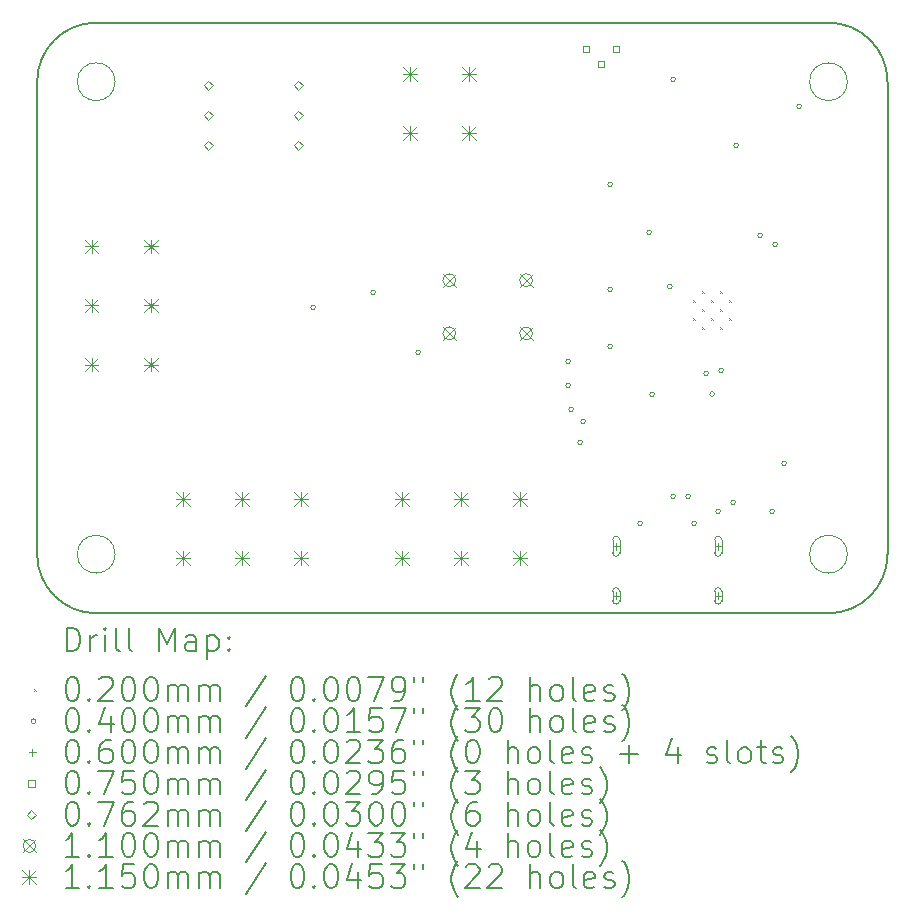
<source format=gbr>
%TF.GenerationSoftware,KiCad,Pcbnew,7.0.10*%
%TF.CreationDate,2024-02-23T22:28:30+01:00*%
%TF.ProjectId,WLED_Controller,574c4544-5f43-46f6-9e74-726f6c6c6572,rev?*%
%TF.SameCoordinates,Original*%
%TF.FileFunction,Drillmap*%
%TF.FilePolarity,Positive*%
%FSLAX45Y45*%
G04 Gerber Fmt 4.5, Leading zero omitted, Abs format (unit mm)*
G04 Created by KiCad (PCBNEW 7.0.10) date 2024-02-23 22:28:30*
%MOMM*%
%LPD*%
G01*
G04 APERTURE LIST*
%ADD10C,0.200000*%
%ADD11C,0.100000*%
%ADD12C,0.110000*%
%ADD13C,0.115000*%
G04 APERTURE END LIST*
D10*
X7200000Y500000D02*
X7200000Y4500000D01*
D11*
X6860000Y500000D02*
G75*
G03*
X6540000Y500000I-160000J0D01*
G01*
X6540000Y500000D02*
G75*
G03*
X6860000Y500000I160000J0D01*
G01*
X660000Y500000D02*
G75*
G03*
X340000Y500000I-160000J0D01*
G01*
X340000Y500000D02*
G75*
G03*
X660000Y500000I160000J0D01*
G01*
D10*
X6700000Y5000000D02*
X500000Y5000000D01*
D11*
X6860000Y4500000D02*
G75*
G03*
X6540000Y4500000I-160000J0D01*
G01*
X6540000Y4500000D02*
G75*
G03*
X6860000Y4500000I160000J0D01*
G01*
D10*
X6700000Y0D02*
G75*
G03*
X7200000Y500000I0J500000D01*
G01*
X500000Y5000000D02*
G75*
G03*
X0Y4500000I0J-500000D01*
G01*
X0Y4500000D02*
X0Y500000D01*
X500000Y0D02*
X6700000Y0D01*
X7200000Y4500000D02*
G75*
G03*
X6700000Y5000000I-500000J0D01*
G01*
D11*
X660000Y4500000D02*
G75*
G03*
X340000Y4500000I-160000J0D01*
G01*
X340000Y4500000D02*
G75*
G03*
X660000Y4500000I160000J0D01*
G01*
D10*
X0Y500000D02*
G75*
G03*
X500000Y0I500000J0D01*
G01*
D11*
X5552400Y2654250D02*
X5572400Y2634250D01*
X5572400Y2654250D02*
X5552400Y2634250D01*
X5552400Y2501750D02*
X5572400Y2481750D01*
X5572400Y2501750D02*
X5552400Y2481750D01*
X5628650Y2730500D02*
X5648650Y2710500D01*
X5648650Y2730500D02*
X5628650Y2710500D01*
X5628650Y2578000D02*
X5648650Y2558000D01*
X5648650Y2578000D02*
X5628650Y2558000D01*
X5628650Y2425500D02*
X5648650Y2405500D01*
X5648650Y2425500D02*
X5628650Y2405500D01*
X5704900Y2654250D02*
X5724900Y2634250D01*
X5724900Y2654250D02*
X5704900Y2634250D01*
X5704900Y2501750D02*
X5724900Y2481750D01*
X5724900Y2501750D02*
X5704900Y2481750D01*
X5781150Y2730500D02*
X5801150Y2710500D01*
X5801150Y2730500D02*
X5781150Y2710500D01*
X5781150Y2578000D02*
X5801150Y2558000D01*
X5801150Y2578000D02*
X5781150Y2558000D01*
X5781150Y2425500D02*
X5801150Y2405500D01*
X5801150Y2425500D02*
X5781150Y2405500D01*
X5857400Y2654250D02*
X5877400Y2634250D01*
X5877400Y2654250D02*
X5857400Y2634250D01*
X5857400Y2501750D02*
X5877400Y2481750D01*
X5877400Y2501750D02*
X5857400Y2481750D01*
X2356800Y2590800D02*
G75*
G03*
X2316800Y2590800I-20000J0D01*
G01*
X2316800Y2590800D02*
G75*
G03*
X2356800Y2590800I20000J0D01*
G01*
X2864800Y2717800D02*
G75*
G03*
X2824800Y2717800I-20000J0D01*
G01*
X2824800Y2717800D02*
G75*
G03*
X2864800Y2717800I20000J0D01*
G01*
X3245800Y2209800D02*
G75*
G03*
X3205800Y2209800I-20000J0D01*
G01*
X3205800Y2209800D02*
G75*
G03*
X3245800Y2209800I20000J0D01*
G01*
X4515800Y2133600D02*
G75*
G03*
X4475800Y2133600I-20000J0D01*
G01*
X4475800Y2133600D02*
G75*
G03*
X4515800Y2133600I20000J0D01*
G01*
X4515800Y1930400D02*
G75*
G03*
X4475800Y1930400I-20000J0D01*
G01*
X4475800Y1930400D02*
G75*
G03*
X4515800Y1930400I20000J0D01*
G01*
X4541200Y1727200D02*
G75*
G03*
X4501200Y1727200I-20000J0D01*
G01*
X4501200Y1727200D02*
G75*
G03*
X4541200Y1727200I20000J0D01*
G01*
X4617400Y1447800D02*
G75*
G03*
X4577400Y1447800I-20000J0D01*
G01*
X4577400Y1447800D02*
G75*
G03*
X4617400Y1447800I20000J0D01*
G01*
X4642800Y1625000D02*
G75*
G03*
X4602800Y1625000I-20000J0D01*
G01*
X4602800Y1625000D02*
G75*
G03*
X4642800Y1625000I20000J0D01*
G01*
X4871400Y3632200D02*
G75*
G03*
X4831400Y3632200I-20000J0D01*
G01*
X4831400Y3632200D02*
G75*
G03*
X4871400Y3632200I20000J0D01*
G01*
X4871400Y2743200D02*
G75*
G03*
X4831400Y2743200I-20000J0D01*
G01*
X4831400Y2743200D02*
G75*
G03*
X4871400Y2743200I20000J0D01*
G01*
X4871400Y2260600D02*
G75*
G03*
X4831400Y2260600I-20000J0D01*
G01*
X4831400Y2260600D02*
G75*
G03*
X4871400Y2260600I20000J0D01*
G01*
X5125400Y762000D02*
G75*
G03*
X5085400Y762000I-20000J0D01*
G01*
X5085400Y762000D02*
G75*
G03*
X5125400Y762000I20000J0D01*
G01*
X5201600Y3225800D02*
G75*
G03*
X5161600Y3225800I-20000J0D01*
G01*
X5161600Y3225800D02*
G75*
G03*
X5201600Y3225800I20000J0D01*
G01*
X5227000Y1854200D02*
G75*
G03*
X5187000Y1854200I-20000J0D01*
G01*
X5187000Y1854200D02*
G75*
G03*
X5227000Y1854200I20000J0D01*
G01*
X5376997Y2766197D02*
G75*
G03*
X5336997Y2766197I-20000J0D01*
G01*
X5336997Y2766197D02*
G75*
G03*
X5376997Y2766197I20000J0D01*
G01*
X5404800Y4521200D02*
G75*
G03*
X5364800Y4521200I-20000J0D01*
G01*
X5364800Y4521200D02*
G75*
G03*
X5404800Y4521200I20000J0D01*
G01*
X5404800Y990600D02*
G75*
G03*
X5364800Y990600I-20000J0D01*
G01*
X5364800Y990600D02*
G75*
G03*
X5404800Y990600I20000J0D01*
G01*
X5531800Y990600D02*
G75*
G03*
X5491800Y990600I-20000J0D01*
G01*
X5491800Y990600D02*
G75*
G03*
X5531800Y990600I20000J0D01*
G01*
X5582600Y762000D02*
G75*
G03*
X5542600Y762000I-20000J0D01*
G01*
X5542600Y762000D02*
G75*
G03*
X5582600Y762000I20000J0D01*
G01*
X5684200Y2032000D02*
G75*
G03*
X5644200Y2032000I-20000J0D01*
G01*
X5644200Y2032000D02*
G75*
G03*
X5684200Y2032000I20000J0D01*
G01*
X5735000Y1855160D02*
G75*
G03*
X5695000Y1855160I-20000J0D01*
G01*
X5695000Y1855160D02*
G75*
G03*
X5735000Y1855160I20000J0D01*
G01*
X5785800Y863600D02*
G75*
G03*
X5745800Y863600I-20000J0D01*
G01*
X5745800Y863600D02*
G75*
G03*
X5785800Y863600I20000J0D01*
G01*
X5811200Y2057400D02*
G75*
G03*
X5771200Y2057400I-20000J0D01*
G01*
X5771200Y2057400D02*
G75*
G03*
X5811200Y2057400I20000J0D01*
G01*
X5912800Y939800D02*
G75*
G03*
X5872800Y939800I-20000J0D01*
G01*
X5872800Y939800D02*
G75*
G03*
X5912800Y939800I20000J0D01*
G01*
X5938200Y3962400D02*
G75*
G03*
X5898200Y3962400I-20000J0D01*
G01*
X5898200Y3962400D02*
G75*
G03*
X5938200Y3962400I20000J0D01*
G01*
X6141400Y3200400D02*
G75*
G03*
X6101400Y3200400I-20000J0D01*
G01*
X6101400Y3200400D02*
G75*
G03*
X6141400Y3200400I20000J0D01*
G01*
X6243000Y863600D02*
G75*
G03*
X6203000Y863600I-20000J0D01*
G01*
X6203000Y863600D02*
G75*
G03*
X6243000Y863600I20000J0D01*
G01*
X6268400Y3124200D02*
G75*
G03*
X6228400Y3124200I-20000J0D01*
G01*
X6228400Y3124200D02*
G75*
G03*
X6268400Y3124200I20000J0D01*
G01*
X6344600Y1270000D02*
G75*
G03*
X6304600Y1270000I-20000J0D01*
G01*
X6304600Y1270000D02*
G75*
G03*
X6344600Y1270000I20000J0D01*
G01*
X6471600Y4292600D02*
G75*
G03*
X6431600Y4292600I-20000J0D01*
G01*
X6431600Y4292600D02*
G75*
G03*
X6471600Y4292600I20000J0D01*
G01*
X4902000Y596500D02*
X4902000Y536500D01*
X4872000Y566500D02*
X4932000Y566500D01*
X4872000Y621500D02*
X4872000Y511500D01*
X4872000Y511500D02*
G75*
G03*
X4932000Y511500I30000J0D01*
G01*
X4932000Y511500D02*
X4932000Y621500D01*
X4932000Y621500D02*
G75*
G03*
X4872000Y621500I-30000J0D01*
G01*
X4902000Y176500D02*
X4902000Y116500D01*
X4872000Y146500D02*
X4932000Y146500D01*
X4872000Y186500D02*
X4872000Y106500D01*
X4872000Y106500D02*
G75*
G03*
X4932000Y106500I30000J0D01*
G01*
X4932000Y106500D02*
X4932000Y186500D01*
X4932000Y186500D02*
G75*
G03*
X4872000Y186500I-30000J0D01*
G01*
X5766000Y596500D02*
X5766000Y536500D01*
X5736000Y566500D02*
X5796000Y566500D01*
X5736000Y621500D02*
X5736000Y511500D01*
X5736000Y511500D02*
G75*
G03*
X5796000Y511500I30000J0D01*
G01*
X5796000Y511500D02*
X5796000Y621500D01*
X5796000Y621500D02*
G75*
G03*
X5736000Y621500I-30000J0D01*
G01*
X5766000Y176500D02*
X5766000Y116500D01*
X5736000Y146500D02*
X5796000Y146500D01*
X5736000Y186500D02*
X5736000Y106500D01*
X5736000Y106500D02*
G75*
G03*
X5796000Y106500I30000J0D01*
G01*
X5796000Y106500D02*
X5796000Y186500D01*
X5796000Y186500D02*
G75*
G03*
X5736000Y186500I-30000J0D01*
G01*
X4674717Y4748683D02*
X4674717Y4801717D01*
X4621683Y4801717D01*
X4621683Y4748683D01*
X4674717Y4748683D01*
X4801717Y4621683D02*
X4801717Y4674717D01*
X4748683Y4674717D01*
X4748683Y4621683D01*
X4801717Y4621683D01*
X4928717Y4748683D02*
X4928717Y4801717D01*
X4875683Y4801717D01*
X4875683Y4748683D01*
X4928717Y4748683D01*
X1447800Y4432300D02*
X1485900Y4470400D01*
X1447800Y4508500D01*
X1409700Y4470400D01*
X1447800Y4432300D01*
X1447800Y4178300D02*
X1485900Y4216400D01*
X1447800Y4254500D01*
X1409700Y4216400D01*
X1447800Y4178300D01*
X1447800Y3924300D02*
X1485900Y3962400D01*
X1447800Y4000500D01*
X1409700Y3962400D01*
X1447800Y3924300D01*
X2209800Y4432300D02*
X2247900Y4470400D01*
X2209800Y4508500D01*
X2171700Y4470400D01*
X2209800Y4432300D01*
X2209800Y4178300D02*
X2247900Y4216400D01*
X2209800Y4254500D01*
X2171700Y4216400D01*
X2209800Y4178300D01*
X2209800Y3924300D02*
X2247900Y3962400D01*
X2209800Y4000500D01*
X2171700Y3962400D01*
X2209800Y3924300D01*
D12*
X3435200Y2874400D02*
X3545200Y2764400D01*
X3545200Y2874400D02*
X3435200Y2764400D01*
X3545200Y2819400D02*
G75*
G03*
X3435200Y2819400I-55000J0D01*
G01*
X3435200Y2819400D02*
G75*
G03*
X3545200Y2819400I55000J0D01*
G01*
X3435200Y2424400D02*
X3545200Y2314400D01*
X3545200Y2424400D02*
X3435200Y2314400D01*
X3545200Y2369400D02*
G75*
G03*
X3435200Y2369400I-55000J0D01*
G01*
X3435200Y2369400D02*
G75*
G03*
X3545200Y2369400I55000J0D01*
G01*
X4085200Y2874400D02*
X4195200Y2764400D01*
X4195200Y2874400D02*
X4085200Y2764400D01*
X4195200Y2819400D02*
G75*
G03*
X4085200Y2819400I-55000J0D01*
G01*
X4085200Y2819400D02*
G75*
G03*
X4195200Y2819400I55000J0D01*
G01*
X4085200Y2424400D02*
X4195200Y2314400D01*
X4195200Y2424400D02*
X4085200Y2314400D01*
X4195200Y2369400D02*
G75*
G03*
X4085200Y2369400I-55000J0D01*
G01*
X4085200Y2369400D02*
G75*
G03*
X4195200Y2369400I55000J0D01*
G01*
D13*
X404500Y3163300D02*
X519500Y3048300D01*
X519500Y3163300D02*
X404500Y3048300D01*
X462000Y3163300D02*
X462000Y3048300D01*
X404500Y3105800D02*
X519500Y3105800D01*
X404500Y2663300D02*
X519500Y2548300D01*
X519500Y2663300D02*
X404500Y2548300D01*
X462000Y2663300D02*
X462000Y2548300D01*
X404500Y2605800D02*
X519500Y2605800D01*
X404500Y2163300D02*
X519500Y2048300D01*
X519500Y2163300D02*
X404500Y2048300D01*
X462000Y2163300D02*
X462000Y2048300D01*
X404500Y2105800D02*
X519500Y2105800D01*
X904500Y3163300D02*
X1019500Y3048300D01*
X1019500Y3163300D02*
X904500Y3048300D01*
X962000Y3163300D02*
X962000Y3048300D01*
X904500Y3105800D02*
X1019500Y3105800D01*
X904500Y2663300D02*
X1019500Y2548300D01*
X1019500Y2663300D02*
X904500Y2548300D01*
X962000Y2663300D02*
X962000Y2548300D01*
X904500Y2605800D02*
X1019500Y2605800D01*
X904500Y2163300D02*
X1019500Y2048300D01*
X1019500Y2163300D02*
X904500Y2048300D01*
X962000Y2163300D02*
X962000Y2048300D01*
X904500Y2105800D02*
X1019500Y2105800D01*
X1177700Y1022700D02*
X1292700Y907700D01*
X1292700Y1022700D02*
X1177700Y907700D01*
X1235200Y1022700D02*
X1235200Y907700D01*
X1177700Y965200D02*
X1292700Y965200D01*
X1177700Y522700D02*
X1292700Y407700D01*
X1292700Y522700D02*
X1177700Y407700D01*
X1235200Y522700D02*
X1235200Y407700D01*
X1177700Y465200D02*
X1292700Y465200D01*
X1677700Y1022700D02*
X1792700Y907700D01*
X1792700Y1022700D02*
X1677700Y907700D01*
X1735200Y1022700D02*
X1735200Y907700D01*
X1677700Y965200D02*
X1792700Y965200D01*
X1677700Y522700D02*
X1792700Y407700D01*
X1792700Y522700D02*
X1677700Y407700D01*
X1735200Y522700D02*
X1735200Y407700D01*
X1677700Y465200D02*
X1792700Y465200D01*
X2177700Y1022700D02*
X2292700Y907700D01*
X2292700Y1022700D02*
X2177700Y907700D01*
X2235200Y1022700D02*
X2235200Y907700D01*
X2177700Y965200D02*
X2292700Y965200D01*
X2177700Y522700D02*
X2292700Y407700D01*
X2292700Y522700D02*
X2177700Y407700D01*
X2235200Y522700D02*
X2235200Y407700D01*
X2177700Y465200D02*
X2292700Y465200D01*
X3031900Y1022700D02*
X3146900Y907700D01*
X3146900Y1022700D02*
X3031900Y907700D01*
X3089400Y1022700D02*
X3089400Y907700D01*
X3031900Y965200D02*
X3146900Y965200D01*
X3031900Y522700D02*
X3146900Y407700D01*
X3146900Y522700D02*
X3031900Y407700D01*
X3089400Y522700D02*
X3089400Y407700D01*
X3031900Y465200D02*
X3146900Y465200D01*
X3100100Y4621500D02*
X3215100Y4506500D01*
X3215100Y4621500D02*
X3100100Y4506500D01*
X3157600Y4621500D02*
X3157600Y4506500D01*
X3100100Y4564000D02*
X3215100Y4564000D01*
X3100100Y4121500D02*
X3215100Y4006500D01*
X3215100Y4121500D02*
X3100100Y4006500D01*
X3157600Y4121500D02*
X3157600Y4006500D01*
X3100100Y4064000D02*
X3215100Y4064000D01*
X3531900Y1022700D02*
X3646900Y907700D01*
X3646900Y1022700D02*
X3531900Y907700D01*
X3589400Y1022700D02*
X3589400Y907700D01*
X3531900Y965200D02*
X3646900Y965200D01*
X3531900Y522700D02*
X3646900Y407700D01*
X3646900Y522700D02*
X3531900Y407700D01*
X3589400Y522700D02*
X3589400Y407700D01*
X3531900Y465200D02*
X3646900Y465200D01*
X3600100Y4621500D02*
X3715100Y4506500D01*
X3715100Y4621500D02*
X3600100Y4506500D01*
X3657600Y4621500D02*
X3657600Y4506500D01*
X3600100Y4564000D02*
X3715100Y4564000D01*
X3600100Y4121500D02*
X3715100Y4006500D01*
X3715100Y4121500D02*
X3600100Y4006500D01*
X3657600Y4121500D02*
X3657600Y4006500D01*
X3600100Y4064000D02*
X3715100Y4064000D01*
X4031900Y1022700D02*
X4146900Y907700D01*
X4146900Y1022700D02*
X4031900Y907700D01*
X4089400Y1022700D02*
X4089400Y907700D01*
X4031900Y965200D02*
X4146900Y965200D01*
X4031900Y522700D02*
X4146900Y407700D01*
X4146900Y522700D02*
X4031900Y407700D01*
X4089400Y522700D02*
X4089400Y407700D01*
X4031900Y465200D02*
X4146900Y465200D01*
D10*
X250777Y-321484D02*
X250777Y-121484D01*
X250777Y-121484D02*
X298396Y-121484D01*
X298396Y-121484D02*
X326967Y-131008D01*
X326967Y-131008D02*
X346015Y-150055D01*
X346015Y-150055D02*
X355539Y-169103D01*
X355539Y-169103D02*
X365062Y-207198D01*
X365062Y-207198D02*
X365062Y-235769D01*
X365062Y-235769D02*
X355539Y-273865D01*
X355539Y-273865D02*
X346015Y-292912D01*
X346015Y-292912D02*
X326967Y-311960D01*
X326967Y-311960D02*
X298396Y-321484D01*
X298396Y-321484D02*
X250777Y-321484D01*
X450777Y-321484D02*
X450777Y-188150D01*
X450777Y-226246D02*
X460301Y-207198D01*
X460301Y-207198D02*
X469824Y-197674D01*
X469824Y-197674D02*
X488872Y-188150D01*
X488872Y-188150D02*
X507920Y-188150D01*
X574586Y-321484D02*
X574586Y-188150D01*
X574586Y-121484D02*
X565063Y-131008D01*
X565063Y-131008D02*
X574586Y-140531D01*
X574586Y-140531D02*
X584110Y-131008D01*
X584110Y-131008D02*
X574586Y-121484D01*
X574586Y-121484D02*
X574586Y-140531D01*
X698396Y-321484D02*
X679348Y-311960D01*
X679348Y-311960D02*
X669824Y-292912D01*
X669824Y-292912D02*
X669824Y-121484D01*
X803158Y-321484D02*
X784110Y-311960D01*
X784110Y-311960D02*
X774586Y-292912D01*
X774586Y-292912D02*
X774586Y-121484D01*
X1031729Y-321484D02*
X1031729Y-121484D01*
X1031729Y-121484D02*
X1098396Y-264341D01*
X1098396Y-264341D02*
X1165063Y-121484D01*
X1165063Y-121484D02*
X1165063Y-321484D01*
X1346015Y-321484D02*
X1346015Y-216722D01*
X1346015Y-216722D02*
X1336491Y-197674D01*
X1336491Y-197674D02*
X1317444Y-188150D01*
X1317444Y-188150D02*
X1279348Y-188150D01*
X1279348Y-188150D02*
X1260301Y-197674D01*
X1346015Y-311960D02*
X1326967Y-321484D01*
X1326967Y-321484D02*
X1279348Y-321484D01*
X1279348Y-321484D02*
X1260301Y-311960D01*
X1260301Y-311960D02*
X1250777Y-292912D01*
X1250777Y-292912D02*
X1250777Y-273865D01*
X1250777Y-273865D02*
X1260301Y-254817D01*
X1260301Y-254817D02*
X1279348Y-245293D01*
X1279348Y-245293D02*
X1326967Y-245293D01*
X1326967Y-245293D02*
X1346015Y-235769D01*
X1441253Y-188150D02*
X1441253Y-388150D01*
X1441253Y-197674D02*
X1460301Y-188150D01*
X1460301Y-188150D02*
X1498396Y-188150D01*
X1498396Y-188150D02*
X1517443Y-197674D01*
X1517443Y-197674D02*
X1526967Y-207198D01*
X1526967Y-207198D02*
X1536491Y-226246D01*
X1536491Y-226246D02*
X1536491Y-283389D01*
X1536491Y-283389D02*
X1526967Y-302436D01*
X1526967Y-302436D02*
X1517443Y-311960D01*
X1517443Y-311960D02*
X1498396Y-321484D01*
X1498396Y-321484D02*
X1460301Y-321484D01*
X1460301Y-321484D02*
X1441253Y-311960D01*
X1622205Y-302436D02*
X1631729Y-311960D01*
X1631729Y-311960D02*
X1622205Y-321484D01*
X1622205Y-321484D02*
X1612682Y-311960D01*
X1612682Y-311960D02*
X1622205Y-302436D01*
X1622205Y-302436D02*
X1622205Y-321484D01*
X1622205Y-197674D02*
X1631729Y-207198D01*
X1631729Y-207198D02*
X1622205Y-216722D01*
X1622205Y-216722D02*
X1612682Y-207198D01*
X1612682Y-207198D02*
X1622205Y-197674D01*
X1622205Y-197674D02*
X1622205Y-216722D01*
D11*
X-30000Y-640000D02*
X-10000Y-660000D01*
X-10000Y-640000D02*
X-30000Y-660000D01*
D10*
X288872Y-541484D02*
X307920Y-541484D01*
X307920Y-541484D02*
X326967Y-551008D01*
X326967Y-551008D02*
X336491Y-560531D01*
X336491Y-560531D02*
X346015Y-579579D01*
X346015Y-579579D02*
X355539Y-617674D01*
X355539Y-617674D02*
X355539Y-665293D01*
X355539Y-665293D02*
X346015Y-703388D01*
X346015Y-703388D02*
X336491Y-722436D01*
X336491Y-722436D02*
X326967Y-731960D01*
X326967Y-731960D02*
X307920Y-741484D01*
X307920Y-741484D02*
X288872Y-741484D01*
X288872Y-741484D02*
X269824Y-731960D01*
X269824Y-731960D02*
X260301Y-722436D01*
X260301Y-722436D02*
X250777Y-703388D01*
X250777Y-703388D02*
X241253Y-665293D01*
X241253Y-665293D02*
X241253Y-617674D01*
X241253Y-617674D02*
X250777Y-579579D01*
X250777Y-579579D02*
X260301Y-560531D01*
X260301Y-560531D02*
X269824Y-551008D01*
X269824Y-551008D02*
X288872Y-541484D01*
X441253Y-722436D02*
X450777Y-731960D01*
X450777Y-731960D02*
X441253Y-741484D01*
X441253Y-741484D02*
X431729Y-731960D01*
X431729Y-731960D02*
X441253Y-722436D01*
X441253Y-722436D02*
X441253Y-741484D01*
X526967Y-560531D02*
X536491Y-551008D01*
X536491Y-551008D02*
X555539Y-541484D01*
X555539Y-541484D02*
X603158Y-541484D01*
X603158Y-541484D02*
X622205Y-551008D01*
X622205Y-551008D02*
X631729Y-560531D01*
X631729Y-560531D02*
X641253Y-579579D01*
X641253Y-579579D02*
X641253Y-598627D01*
X641253Y-598627D02*
X631729Y-627198D01*
X631729Y-627198D02*
X517443Y-741484D01*
X517443Y-741484D02*
X641253Y-741484D01*
X765062Y-541484D02*
X784110Y-541484D01*
X784110Y-541484D02*
X803158Y-551008D01*
X803158Y-551008D02*
X812682Y-560531D01*
X812682Y-560531D02*
X822205Y-579579D01*
X822205Y-579579D02*
X831729Y-617674D01*
X831729Y-617674D02*
X831729Y-665293D01*
X831729Y-665293D02*
X822205Y-703388D01*
X822205Y-703388D02*
X812682Y-722436D01*
X812682Y-722436D02*
X803158Y-731960D01*
X803158Y-731960D02*
X784110Y-741484D01*
X784110Y-741484D02*
X765062Y-741484D01*
X765062Y-741484D02*
X746015Y-731960D01*
X746015Y-731960D02*
X736491Y-722436D01*
X736491Y-722436D02*
X726967Y-703388D01*
X726967Y-703388D02*
X717443Y-665293D01*
X717443Y-665293D02*
X717443Y-617674D01*
X717443Y-617674D02*
X726967Y-579579D01*
X726967Y-579579D02*
X736491Y-560531D01*
X736491Y-560531D02*
X746015Y-551008D01*
X746015Y-551008D02*
X765062Y-541484D01*
X955539Y-541484D02*
X974586Y-541484D01*
X974586Y-541484D02*
X993634Y-551008D01*
X993634Y-551008D02*
X1003158Y-560531D01*
X1003158Y-560531D02*
X1012682Y-579579D01*
X1012682Y-579579D02*
X1022205Y-617674D01*
X1022205Y-617674D02*
X1022205Y-665293D01*
X1022205Y-665293D02*
X1012682Y-703388D01*
X1012682Y-703388D02*
X1003158Y-722436D01*
X1003158Y-722436D02*
X993634Y-731960D01*
X993634Y-731960D02*
X974586Y-741484D01*
X974586Y-741484D02*
X955539Y-741484D01*
X955539Y-741484D02*
X936491Y-731960D01*
X936491Y-731960D02*
X926967Y-722436D01*
X926967Y-722436D02*
X917443Y-703388D01*
X917443Y-703388D02*
X907920Y-665293D01*
X907920Y-665293D02*
X907920Y-617674D01*
X907920Y-617674D02*
X917443Y-579579D01*
X917443Y-579579D02*
X926967Y-560531D01*
X926967Y-560531D02*
X936491Y-551008D01*
X936491Y-551008D02*
X955539Y-541484D01*
X1107920Y-741484D02*
X1107920Y-608150D01*
X1107920Y-627198D02*
X1117444Y-617674D01*
X1117444Y-617674D02*
X1136491Y-608150D01*
X1136491Y-608150D02*
X1165063Y-608150D01*
X1165063Y-608150D02*
X1184110Y-617674D01*
X1184110Y-617674D02*
X1193634Y-636722D01*
X1193634Y-636722D02*
X1193634Y-741484D01*
X1193634Y-636722D02*
X1203158Y-617674D01*
X1203158Y-617674D02*
X1222205Y-608150D01*
X1222205Y-608150D02*
X1250777Y-608150D01*
X1250777Y-608150D02*
X1269825Y-617674D01*
X1269825Y-617674D02*
X1279348Y-636722D01*
X1279348Y-636722D02*
X1279348Y-741484D01*
X1374586Y-741484D02*
X1374586Y-608150D01*
X1374586Y-627198D02*
X1384110Y-617674D01*
X1384110Y-617674D02*
X1403158Y-608150D01*
X1403158Y-608150D02*
X1431729Y-608150D01*
X1431729Y-608150D02*
X1450777Y-617674D01*
X1450777Y-617674D02*
X1460301Y-636722D01*
X1460301Y-636722D02*
X1460301Y-741484D01*
X1460301Y-636722D02*
X1469824Y-617674D01*
X1469824Y-617674D02*
X1488872Y-608150D01*
X1488872Y-608150D02*
X1517443Y-608150D01*
X1517443Y-608150D02*
X1536491Y-617674D01*
X1536491Y-617674D02*
X1546015Y-636722D01*
X1546015Y-636722D02*
X1546015Y-741484D01*
X1936491Y-531960D02*
X1765063Y-789103D01*
X2193634Y-541484D02*
X2212682Y-541484D01*
X2212682Y-541484D02*
X2231729Y-551008D01*
X2231729Y-551008D02*
X2241253Y-560531D01*
X2241253Y-560531D02*
X2250777Y-579579D01*
X2250777Y-579579D02*
X2260301Y-617674D01*
X2260301Y-617674D02*
X2260301Y-665293D01*
X2260301Y-665293D02*
X2250777Y-703388D01*
X2250777Y-703388D02*
X2241253Y-722436D01*
X2241253Y-722436D02*
X2231729Y-731960D01*
X2231729Y-731960D02*
X2212682Y-741484D01*
X2212682Y-741484D02*
X2193634Y-741484D01*
X2193634Y-741484D02*
X2174587Y-731960D01*
X2174587Y-731960D02*
X2165063Y-722436D01*
X2165063Y-722436D02*
X2155539Y-703388D01*
X2155539Y-703388D02*
X2146015Y-665293D01*
X2146015Y-665293D02*
X2146015Y-617674D01*
X2146015Y-617674D02*
X2155539Y-579579D01*
X2155539Y-579579D02*
X2165063Y-560531D01*
X2165063Y-560531D02*
X2174587Y-551008D01*
X2174587Y-551008D02*
X2193634Y-541484D01*
X2346015Y-722436D02*
X2355539Y-731960D01*
X2355539Y-731960D02*
X2346015Y-741484D01*
X2346015Y-741484D02*
X2336491Y-731960D01*
X2336491Y-731960D02*
X2346015Y-722436D01*
X2346015Y-722436D02*
X2346015Y-741484D01*
X2479348Y-541484D02*
X2498396Y-541484D01*
X2498396Y-541484D02*
X2517444Y-551008D01*
X2517444Y-551008D02*
X2526968Y-560531D01*
X2526968Y-560531D02*
X2536491Y-579579D01*
X2536491Y-579579D02*
X2546015Y-617674D01*
X2546015Y-617674D02*
X2546015Y-665293D01*
X2546015Y-665293D02*
X2536491Y-703388D01*
X2536491Y-703388D02*
X2526968Y-722436D01*
X2526968Y-722436D02*
X2517444Y-731960D01*
X2517444Y-731960D02*
X2498396Y-741484D01*
X2498396Y-741484D02*
X2479348Y-741484D01*
X2479348Y-741484D02*
X2460301Y-731960D01*
X2460301Y-731960D02*
X2450777Y-722436D01*
X2450777Y-722436D02*
X2441253Y-703388D01*
X2441253Y-703388D02*
X2431729Y-665293D01*
X2431729Y-665293D02*
X2431729Y-617674D01*
X2431729Y-617674D02*
X2441253Y-579579D01*
X2441253Y-579579D02*
X2450777Y-560531D01*
X2450777Y-560531D02*
X2460301Y-551008D01*
X2460301Y-551008D02*
X2479348Y-541484D01*
X2669825Y-541484D02*
X2688872Y-541484D01*
X2688872Y-541484D02*
X2707920Y-551008D01*
X2707920Y-551008D02*
X2717444Y-560531D01*
X2717444Y-560531D02*
X2726968Y-579579D01*
X2726968Y-579579D02*
X2736491Y-617674D01*
X2736491Y-617674D02*
X2736491Y-665293D01*
X2736491Y-665293D02*
X2726968Y-703388D01*
X2726968Y-703388D02*
X2717444Y-722436D01*
X2717444Y-722436D02*
X2707920Y-731960D01*
X2707920Y-731960D02*
X2688872Y-741484D01*
X2688872Y-741484D02*
X2669825Y-741484D01*
X2669825Y-741484D02*
X2650777Y-731960D01*
X2650777Y-731960D02*
X2641253Y-722436D01*
X2641253Y-722436D02*
X2631729Y-703388D01*
X2631729Y-703388D02*
X2622206Y-665293D01*
X2622206Y-665293D02*
X2622206Y-617674D01*
X2622206Y-617674D02*
X2631729Y-579579D01*
X2631729Y-579579D02*
X2641253Y-560531D01*
X2641253Y-560531D02*
X2650777Y-551008D01*
X2650777Y-551008D02*
X2669825Y-541484D01*
X2803158Y-541484D02*
X2936491Y-541484D01*
X2936491Y-541484D02*
X2850777Y-741484D01*
X3022206Y-741484D02*
X3060301Y-741484D01*
X3060301Y-741484D02*
X3079348Y-731960D01*
X3079348Y-731960D02*
X3088872Y-722436D01*
X3088872Y-722436D02*
X3107920Y-693865D01*
X3107920Y-693865D02*
X3117444Y-655770D01*
X3117444Y-655770D02*
X3117444Y-579579D01*
X3117444Y-579579D02*
X3107920Y-560531D01*
X3107920Y-560531D02*
X3098396Y-551008D01*
X3098396Y-551008D02*
X3079348Y-541484D01*
X3079348Y-541484D02*
X3041253Y-541484D01*
X3041253Y-541484D02*
X3022206Y-551008D01*
X3022206Y-551008D02*
X3012682Y-560531D01*
X3012682Y-560531D02*
X3003158Y-579579D01*
X3003158Y-579579D02*
X3003158Y-627198D01*
X3003158Y-627198D02*
X3012682Y-646246D01*
X3012682Y-646246D02*
X3022206Y-655770D01*
X3022206Y-655770D02*
X3041253Y-665293D01*
X3041253Y-665293D02*
X3079348Y-665293D01*
X3079348Y-665293D02*
X3098396Y-655770D01*
X3098396Y-655770D02*
X3107920Y-646246D01*
X3107920Y-646246D02*
X3117444Y-627198D01*
X3193634Y-541484D02*
X3193634Y-579579D01*
X3269825Y-541484D02*
X3269825Y-579579D01*
X3565063Y-817674D02*
X3555539Y-808150D01*
X3555539Y-808150D02*
X3536491Y-779579D01*
X3536491Y-779579D02*
X3526968Y-760531D01*
X3526968Y-760531D02*
X3517444Y-731960D01*
X3517444Y-731960D02*
X3507920Y-684341D01*
X3507920Y-684341D02*
X3507920Y-646246D01*
X3507920Y-646246D02*
X3517444Y-598627D01*
X3517444Y-598627D02*
X3526968Y-570055D01*
X3526968Y-570055D02*
X3536491Y-551008D01*
X3536491Y-551008D02*
X3555539Y-522436D01*
X3555539Y-522436D02*
X3565063Y-512912D01*
X3746015Y-741484D02*
X3631729Y-741484D01*
X3688872Y-741484D02*
X3688872Y-541484D01*
X3688872Y-541484D02*
X3669825Y-570055D01*
X3669825Y-570055D02*
X3650777Y-589103D01*
X3650777Y-589103D02*
X3631729Y-598627D01*
X3822206Y-560531D02*
X3831729Y-551008D01*
X3831729Y-551008D02*
X3850777Y-541484D01*
X3850777Y-541484D02*
X3898396Y-541484D01*
X3898396Y-541484D02*
X3917444Y-551008D01*
X3917444Y-551008D02*
X3926968Y-560531D01*
X3926968Y-560531D02*
X3936491Y-579579D01*
X3936491Y-579579D02*
X3936491Y-598627D01*
X3936491Y-598627D02*
X3926968Y-627198D01*
X3926968Y-627198D02*
X3812682Y-741484D01*
X3812682Y-741484D02*
X3936491Y-741484D01*
X4174587Y-741484D02*
X4174587Y-541484D01*
X4260301Y-741484D02*
X4260301Y-636722D01*
X4260301Y-636722D02*
X4250777Y-617674D01*
X4250777Y-617674D02*
X4231730Y-608150D01*
X4231730Y-608150D02*
X4203158Y-608150D01*
X4203158Y-608150D02*
X4184110Y-617674D01*
X4184110Y-617674D02*
X4174587Y-627198D01*
X4384111Y-741484D02*
X4365063Y-731960D01*
X4365063Y-731960D02*
X4355539Y-722436D01*
X4355539Y-722436D02*
X4346015Y-703388D01*
X4346015Y-703388D02*
X4346015Y-646246D01*
X4346015Y-646246D02*
X4355539Y-627198D01*
X4355539Y-627198D02*
X4365063Y-617674D01*
X4365063Y-617674D02*
X4384111Y-608150D01*
X4384111Y-608150D02*
X4412682Y-608150D01*
X4412682Y-608150D02*
X4431730Y-617674D01*
X4431730Y-617674D02*
X4441253Y-627198D01*
X4441253Y-627198D02*
X4450777Y-646246D01*
X4450777Y-646246D02*
X4450777Y-703388D01*
X4450777Y-703388D02*
X4441253Y-722436D01*
X4441253Y-722436D02*
X4431730Y-731960D01*
X4431730Y-731960D02*
X4412682Y-741484D01*
X4412682Y-741484D02*
X4384111Y-741484D01*
X4565063Y-741484D02*
X4546015Y-731960D01*
X4546015Y-731960D02*
X4536492Y-712912D01*
X4536492Y-712912D02*
X4536492Y-541484D01*
X4717444Y-731960D02*
X4698396Y-741484D01*
X4698396Y-741484D02*
X4660301Y-741484D01*
X4660301Y-741484D02*
X4641253Y-731960D01*
X4641253Y-731960D02*
X4631730Y-712912D01*
X4631730Y-712912D02*
X4631730Y-636722D01*
X4631730Y-636722D02*
X4641253Y-617674D01*
X4641253Y-617674D02*
X4660301Y-608150D01*
X4660301Y-608150D02*
X4698396Y-608150D01*
X4698396Y-608150D02*
X4717444Y-617674D01*
X4717444Y-617674D02*
X4726968Y-636722D01*
X4726968Y-636722D02*
X4726968Y-655770D01*
X4726968Y-655770D02*
X4631730Y-674817D01*
X4803158Y-731960D02*
X4822206Y-741484D01*
X4822206Y-741484D02*
X4860301Y-741484D01*
X4860301Y-741484D02*
X4879349Y-731960D01*
X4879349Y-731960D02*
X4888873Y-712912D01*
X4888873Y-712912D02*
X4888873Y-703388D01*
X4888873Y-703388D02*
X4879349Y-684341D01*
X4879349Y-684341D02*
X4860301Y-674817D01*
X4860301Y-674817D02*
X4831730Y-674817D01*
X4831730Y-674817D02*
X4812682Y-665293D01*
X4812682Y-665293D02*
X4803158Y-646246D01*
X4803158Y-646246D02*
X4803158Y-636722D01*
X4803158Y-636722D02*
X4812682Y-617674D01*
X4812682Y-617674D02*
X4831730Y-608150D01*
X4831730Y-608150D02*
X4860301Y-608150D01*
X4860301Y-608150D02*
X4879349Y-617674D01*
X4955539Y-817674D02*
X4965063Y-808150D01*
X4965063Y-808150D02*
X4984111Y-779579D01*
X4984111Y-779579D02*
X4993634Y-760531D01*
X4993634Y-760531D02*
X5003158Y-731960D01*
X5003158Y-731960D02*
X5012682Y-684341D01*
X5012682Y-684341D02*
X5012682Y-646246D01*
X5012682Y-646246D02*
X5003158Y-598627D01*
X5003158Y-598627D02*
X4993634Y-570055D01*
X4993634Y-570055D02*
X4984111Y-551008D01*
X4984111Y-551008D02*
X4965063Y-522436D01*
X4965063Y-522436D02*
X4955539Y-512912D01*
D11*
X-10000Y-914000D02*
G75*
G03*
X-50000Y-914000I-20000J0D01*
G01*
X-50000Y-914000D02*
G75*
G03*
X-10000Y-914000I20000J0D01*
G01*
D10*
X288872Y-805484D02*
X307920Y-805484D01*
X307920Y-805484D02*
X326967Y-815008D01*
X326967Y-815008D02*
X336491Y-824531D01*
X336491Y-824531D02*
X346015Y-843579D01*
X346015Y-843579D02*
X355539Y-881674D01*
X355539Y-881674D02*
X355539Y-929293D01*
X355539Y-929293D02*
X346015Y-967388D01*
X346015Y-967388D02*
X336491Y-986436D01*
X336491Y-986436D02*
X326967Y-995960D01*
X326967Y-995960D02*
X307920Y-1005484D01*
X307920Y-1005484D02*
X288872Y-1005484D01*
X288872Y-1005484D02*
X269824Y-995960D01*
X269824Y-995960D02*
X260301Y-986436D01*
X260301Y-986436D02*
X250777Y-967388D01*
X250777Y-967388D02*
X241253Y-929293D01*
X241253Y-929293D02*
X241253Y-881674D01*
X241253Y-881674D02*
X250777Y-843579D01*
X250777Y-843579D02*
X260301Y-824531D01*
X260301Y-824531D02*
X269824Y-815008D01*
X269824Y-815008D02*
X288872Y-805484D01*
X441253Y-986436D02*
X450777Y-995960D01*
X450777Y-995960D02*
X441253Y-1005484D01*
X441253Y-1005484D02*
X431729Y-995960D01*
X431729Y-995960D02*
X441253Y-986436D01*
X441253Y-986436D02*
X441253Y-1005484D01*
X622205Y-872150D02*
X622205Y-1005484D01*
X574586Y-795960D02*
X526967Y-938817D01*
X526967Y-938817D02*
X650777Y-938817D01*
X765062Y-805484D02*
X784110Y-805484D01*
X784110Y-805484D02*
X803158Y-815008D01*
X803158Y-815008D02*
X812682Y-824531D01*
X812682Y-824531D02*
X822205Y-843579D01*
X822205Y-843579D02*
X831729Y-881674D01*
X831729Y-881674D02*
X831729Y-929293D01*
X831729Y-929293D02*
X822205Y-967388D01*
X822205Y-967388D02*
X812682Y-986436D01*
X812682Y-986436D02*
X803158Y-995960D01*
X803158Y-995960D02*
X784110Y-1005484D01*
X784110Y-1005484D02*
X765062Y-1005484D01*
X765062Y-1005484D02*
X746015Y-995960D01*
X746015Y-995960D02*
X736491Y-986436D01*
X736491Y-986436D02*
X726967Y-967388D01*
X726967Y-967388D02*
X717443Y-929293D01*
X717443Y-929293D02*
X717443Y-881674D01*
X717443Y-881674D02*
X726967Y-843579D01*
X726967Y-843579D02*
X736491Y-824531D01*
X736491Y-824531D02*
X746015Y-815008D01*
X746015Y-815008D02*
X765062Y-805484D01*
X955539Y-805484D02*
X974586Y-805484D01*
X974586Y-805484D02*
X993634Y-815008D01*
X993634Y-815008D02*
X1003158Y-824531D01*
X1003158Y-824531D02*
X1012682Y-843579D01*
X1012682Y-843579D02*
X1022205Y-881674D01*
X1022205Y-881674D02*
X1022205Y-929293D01*
X1022205Y-929293D02*
X1012682Y-967388D01*
X1012682Y-967388D02*
X1003158Y-986436D01*
X1003158Y-986436D02*
X993634Y-995960D01*
X993634Y-995960D02*
X974586Y-1005484D01*
X974586Y-1005484D02*
X955539Y-1005484D01*
X955539Y-1005484D02*
X936491Y-995960D01*
X936491Y-995960D02*
X926967Y-986436D01*
X926967Y-986436D02*
X917443Y-967388D01*
X917443Y-967388D02*
X907920Y-929293D01*
X907920Y-929293D02*
X907920Y-881674D01*
X907920Y-881674D02*
X917443Y-843579D01*
X917443Y-843579D02*
X926967Y-824531D01*
X926967Y-824531D02*
X936491Y-815008D01*
X936491Y-815008D02*
X955539Y-805484D01*
X1107920Y-1005484D02*
X1107920Y-872150D01*
X1107920Y-891198D02*
X1117444Y-881674D01*
X1117444Y-881674D02*
X1136491Y-872150D01*
X1136491Y-872150D02*
X1165063Y-872150D01*
X1165063Y-872150D02*
X1184110Y-881674D01*
X1184110Y-881674D02*
X1193634Y-900722D01*
X1193634Y-900722D02*
X1193634Y-1005484D01*
X1193634Y-900722D02*
X1203158Y-881674D01*
X1203158Y-881674D02*
X1222205Y-872150D01*
X1222205Y-872150D02*
X1250777Y-872150D01*
X1250777Y-872150D02*
X1269825Y-881674D01*
X1269825Y-881674D02*
X1279348Y-900722D01*
X1279348Y-900722D02*
X1279348Y-1005484D01*
X1374586Y-1005484D02*
X1374586Y-872150D01*
X1374586Y-891198D02*
X1384110Y-881674D01*
X1384110Y-881674D02*
X1403158Y-872150D01*
X1403158Y-872150D02*
X1431729Y-872150D01*
X1431729Y-872150D02*
X1450777Y-881674D01*
X1450777Y-881674D02*
X1460301Y-900722D01*
X1460301Y-900722D02*
X1460301Y-1005484D01*
X1460301Y-900722D02*
X1469824Y-881674D01*
X1469824Y-881674D02*
X1488872Y-872150D01*
X1488872Y-872150D02*
X1517443Y-872150D01*
X1517443Y-872150D02*
X1536491Y-881674D01*
X1536491Y-881674D02*
X1546015Y-900722D01*
X1546015Y-900722D02*
X1546015Y-1005484D01*
X1936491Y-795960D02*
X1765063Y-1053103D01*
X2193634Y-805484D02*
X2212682Y-805484D01*
X2212682Y-805484D02*
X2231729Y-815008D01*
X2231729Y-815008D02*
X2241253Y-824531D01*
X2241253Y-824531D02*
X2250777Y-843579D01*
X2250777Y-843579D02*
X2260301Y-881674D01*
X2260301Y-881674D02*
X2260301Y-929293D01*
X2260301Y-929293D02*
X2250777Y-967388D01*
X2250777Y-967388D02*
X2241253Y-986436D01*
X2241253Y-986436D02*
X2231729Y-995960D01*
X2231729Y-995960D02*
X2212682Y-1005484D01*
X2212682Y-1005484D02*
X2193634Y-1005484D01*
X2193634Y-1005484D02*
X2174587Y-995960D01*
X2174587Y-995960D02*
X2165063Y-986436D01*
X2165063Y-986436D02*
X2155539Y-967388D01*
X2155539Y-967388D02*
X2146015Y-929293D01*
X2146015Y-929293D02*
X2146015Y-881674D01*
X2146015Y-881674D02*
X2155539Y-843579D01*
X2155539Y-843579D02*
X2165063Y-824531D01*
X2165063Y-824531D02*
X2174587Y-815008D01*
X2174587Y-815008D02*
X2193634Y-805484D01*
X2346015Y-986436D02*
X2355539Y-995960D01*
X2355539Y-995960D02*
X2346015Y-1005484D01*
X2346015Y-1005484D02*
X2336491Y-995960D01*
X2336491Y-995960D02*
X2346015Y-986436D01*
X2346015Y-986436D02*
X2346015Y-1005484D01*
X2479348Y-805484D02*
X2498396Y-805484D01*
X2498396Y-805484D02*
X2517444Y-815008D01*
X2517444Y-815008D02*
X2526968Y-824531D01*
X2526968Y-824531D02*
X2536491Y-843579D01*
X2536491Y-843579D02*
X2546015Y-881674D01*
X2546015Y-881674D02*
X2546015Y-929293D01*
X2546015Y-929293D02*
X2536491Y-967388D01*
X2536491Y-967388D02*
X2526968Y-986436D01*
X2526968Y-986436D02*
X2517444Y-995960D01*
X2517444Y-995960D02*
X2498396Y-1005484D01*
X2498396Y-1005484D02*
X2479348Y-1005484D01*
X2479348Y-1005484D02*
X2460301Y-995960D01*
X2460301Y-995960D02*
X2450777Y-986436D01*
X2450777Y-986436D02*
X2441253Y-967388D01*
X2441253Y-967388D02*
X2431729Y-929293D01*
X2431729Y-929293D02*
X2431729Y-881674D01*
X2431729Y-881674D02*
X2441253Y-843579D01*
X2441253Y-843579D02*
X2450777Y-824531D01*
X2450777Y-824531D02*
X2460301Y-815008D01*
X2460301Y-815008D02*
X2479348Y-805484D01*
X2736491Y-1005484D02*
X2622206Y-1005484D01*
X2679348Y-1005484D02*
X2679348Y-805484D01*
X2679348Y-805484D02*
X2660301Y-834055D01*
X2660301Y-834055D02*
X2641253Y-853103D01*
X2641253Y-853103D02*
X2622206Y-862627D01*
X2917444Y-805484D02*
X2822206Y-805484D01*
X2822206Y-805484D02*
X2812682Y-900722D01*
X2812682Y-900722D02*
X2822206Y-891198D01*
X2822206Y-891198D02*
X2841253Y-881674D01*
X2841253Y-881674D02*
X2888872Y-881674D01*
X2888872Y-881674D02*
X2907920Y-891198D01*
X2907920Y-891198D02*
X2917444Y-900722D01*
X2917444Y-900722D02*
X2926967Y-919769D01*
X2926967Y-919769D02*
X2926967Y-967388D01*
X2926967Y-967388D02*
X2917444Y-986436D01*
X2917444Y-986436D02*
X2907920Y-995960D01*
X2907920Y-995960D02*
X2888872Y-1005484D01*
X2888872Y-1005484D02*
X2841253Y-1005484D01*
X2841253Y-1005484D02*
X2822206Y-995960D01*
X2822206Y-995960D02*
X2812682Y-986436D01*
X2993634Y-805484D02*
X3126967Y-805484D01*
X3126967Y-805484D02*
X3041253Y-1005484D01*
X3193634Y-805484D02*
X3193634Y-843579D01*
X3269825Y-805484D02*
X3269825Y-843579D01*
X3565063Y-1081674D02*
X3555539Y-1072150D01*
X3555539Y-1072150D02*
X3536491Y-1043579D01*
X3536491Y-1043579D02*
X3526968Y-1024531D01*
X3526968Y-1024531D02*
X3517444Y-995960D01*
X3517444Y-995960D02*
X3507920Y-948341D01*
X3507920Y-948341D02*
X3507920Y-910246D01*
X3507920Y-910246D02*
X3517444Y-862627D01*
X3517444Y-862627D02*
X3526968Y-834055D01*
X3526968Y-834055D02*
X3536491Y-815008D01*
X3536491Y-815008D02*
X3555539Y-786436D01*
X3555539Y-786436D02*
X3565063Y-776912D01*
X3622206Y-805484D02*
X3746015Y-805484D01*
X3746015Y-805484D02*
X3679348Y-881674D01*
X3679348Y-881674D02*
X3707920Y-881674D01*
X3707920Y-881674D02*
X3726968Y-891198D01*
X3726968Y-891198D02*
X3736491Y-900722D01*
X3736491Y-900722D02*
X3746015Y-919769D01*
X3746015Y-919769D02*
X3746015Y-967388D01*
X3746015Y-967388D02*
X3736491Y-986436D01*
X3736491Y-986436D02*
X3726968Y-995960D01*
X3726968Y-995960D02*
X3707920Y-1005484D01*
X3707920Y-1005484D02*
X3650777Y-1005484D01*
X3650777Y-1005484D02*
X3631729Y-995960D01*
X3631729Y-995960D02*
X3622206Y-986436D01*
X3869825Y-805484D02*
X3888872Y-805484D01*
X3888872Y-805484D02*
X3907920Y-815008D01*
X3907920Y-815008D02*
X3917444Y-824531D01*
X3917444Y-824531D02*
X3926968Y-843579D01*
X3926968Y-843579D02*
X3936491Y-881674D01*
X3936491Y-881674D02*
X3936491Y-929293D01*
X3936491Y-929293D02*
X3926968Y-967388D01*
X3926968Y-967388D02*
X3917444Y-986436D01*
X3917444Y-986436D02*
X3907920Y-995960D01*
X3907920Y-995960D02*
X3888872Y-1005484D01*
X3888872Y-1005484D02*
X3869825Y-1005484D01*
X3869825Y-1005484D02*
X3850777Y-995960D01*
X3850777Y-995960D02*
X3841253Y-986436D01*
X3841253Y-986436D02*
X3831729Y-967388D01*
X3831729Y-967388D02*
X3822206Y-929293D01*
X3822206Y-929293D02*
X3822206Y-881674D01*
X3822206Y-881674D02*
X3831729Y-843579D01*
X3831729Y-843579D02*
X3841253Y-824531D01*
X3841253Y-824531D02*
X3850777Y-815008D01*
X3850777Y-815008D02*
X3869825Y-805484D01*
X4174587Y-1005484D02*
X4174587Y-805484D01*
X4260301Y-1005484D02*
X4260301Y-900722D01*
X4260301Y-900722D02*
X4250777Y-881674D01*
X4250777Y-881674D02*
X4231730Y-872150D01*
X4231730Y-872150D02*
X4203158Y-872150D01*
X4203158Y-872150D02*
X4184110Y-881674D01*
X4184110Y-881674D02*
X4174587Y-891198D01*
X4384111Y-1005484D02*
X4365063Y-995960D01*
X4365063Y-995960D02*
X4355539Y-986436D01*
X4355539Y-986436D02*
X4346015Y-967388D01*
X4346015Y-967388D02*
X4346015Y-910246D01*
X4346015Y-910246D02*
X4355539Y-891198D01*
X4355539Y-891198D02*
X4365063Y-881674D01*
X4365063Y-881674D02*
X4384111Y-872150D01*
X4384111Y-872150D02*
X4412682Y-872150D01*
X4412682Y-872150D02*
X4431730Y-881674D01*
X4431730Y-881674D02*
X4441253Y-891198D01*
X4441253Y-891198D02*
X4450777Y-910246D01*
X4450777Y-910246D02*
X4450777Y-967388D01*
X4450777Y-967388D02*
X4441253Y-986436D01*
X4441253Y-986436D02*
X4431730Y-995960D01*
X4431730Y-995960D02*
X4412682Y-1005484D01*
X4412682Y-1005484D02*
X4384111Y-1005484D01*
X4565063Y-1005484D02*
X4546015Y-995960D01*
X4546015Y-995960D02*
X4536492Y-976912D01*
X4536492Y-976912D02*
X4536492Y-805484D01*
X4717444Y-995960D02*
X4698396Y-1005484D01*
X4698396Y-1005484D02*
X4660301Y-1005484D01*
X4660301Y-1005484D02*
X4641253Y-995960D01*
X4641253Y-995960D02*
X4631730Y-976912D01*
X4631730Y-976912D02*
X4631730Y-900722D01*
X4631730Y-900722D02*
X4641253Y-881674D01*
X4641253Y-881674D02*
X4660301Y-872150D01*
X4660301Y-872150D02*
X4698396Y-872150D01*
X4698396Y-872150D02*
X4717444Y-881674D01*
X4717444Y-881674D02*
X4726968Y-900722D01*
X4726968Y-900722D02*
X4726968Y-919769D01*
X4726968Y-919769D02*
X4631730Y-938817D01*
X4803158Y-995960D02*
X4822206Y-1005484D01*
X4822206Y-1005484D02*
X4860301Y-1005484D01*
X4860301Y-1005484D02*
X4879349Y-995960D01*
X4879349Y-995960D02*
X4888873Y-976912D01*
X4888873Y-976912D02*
X4888873Y-967388D01*
X4888873Y-967388D02*
X4879349Y-948341D01*
X4879349Y-948341D02*
X4860301Y-938817D01*
X4860301Y-938817D02*
X4831730Y-938817D01*
X4831730Y-938817D02*
X4812682Y-929293D01*
X4812682Y-929293D02*
X4803158Y-910246D01*
X4803158Y-910246D02*
X4803158Y-900722D01*
X4803158Y-900722D02*
X4812682Y-881674D01*
X4812682Y-881674D02*
X4831730Y-872150D01*
X4831730Y-872150D02*
X4860301Y-872150D01*
X4860301Y-872150D02*
X4879349Y-881674D01*
X4955539Y-1081674D02*
X4965063Y-1072150D01*
X4965063Y-1072150D02*
X4984111Y-1043579D01*
X4984111Y-1043579D02*
X4993634Y-1024531D01*
X4993634Y-1024531D02*
X5003158Y-995960D01*
X5003158Y-995960D02*
X5012682Y-948341D01*
X5012682Y-948341D02*
X5012682Y-910246D01*
X5012682Y-910246D02*
X5003158Y-862627D01*
X5003158Y-862627D02*
X4993634Y-834055D01*
X4993634Y-834055D02*
X4984111Y-815008D01*
X4984111Y-815008D02*
X4965063Y-786436D01*
X4965063Y-786436D02*
X4955539Y-776912D01*
D11*
X-40000Y-1148000D02*
X-40000Y-1208000D01*
X-70000Y-1178000D02*
X-10000Y-1178000D01*
D10*
X288872Y-1069484D02*
X307920Y-1069484D01*
X307920Y-1069484D02*
X326967Y-1079008D01*
X326967Y-1079008D02*
X336491Y-1088531D01*
X336491Y-1088531D02*
X346015Y-1107579D01*
X346015Y-1107579D02*
X355539Y-1145674D01*
X355539Y-1145674D02*
X355539Y-1193293D01*
X355539Y-1193293D02*
X346015Y-1231389D01*
X346015Y-1231389D02*
X336491Y-1250436D01*
X336491Y-1250436D02*
X326967Y-1259960D01*
X326967Y-1259960D02*
X307920Y-1269484D01*
X307920Y-1269484D02*
X288872Y-1269484D01*
X288872Y-1269484D02*
X269824Y-1259960D01*
X269824Y-1259960D02*
X260301Y-1250436D01*
X260301Y-1250436D02*
X250777Y-1231389D01*
X250777Y-1231389D02*
X241253Y-1193293D01*
X241253Y-1193293D02*
X241253Y-1145674D01*
X241253Y-1145674D02*
X250777Y-1107579D01*
X250777Y-1107579D02*
X260301Y-1088531D01*
X260301Y-1088531D02*
X269824Y-1079008D01*
X269824Y-1079008D02*
X288872Y-1069484D01*
X441253Y-1250436D02*
X450777Y-1259960D01*
X450777Y-1259960D02*
X441253Y-1269484D01*
X441253Y-1269484D02*
X431729Y-1259960D01*
X431729Y-1259960D02*
X441253Y-1250436D01*
X441253Y-1250436D02*
X441253Y-1269484D01*
X622205Y-1069484D02*
X584110Y-1069484D01*
X584110Y-1069484D02*
X565063Y-1079008D01*
X565063Y-1079008D02*
X555539Y-1088531D01*
X555539Y-1088531D02*
X536491Y-1117103D01*
X536491Y-1117103D02*
X526967Y-1155198D01*
X526967Y-1155198D02*
X526967Y-1231389D01*
X526967Y-1231389D02*
X536491Y-1250436D01*
X536491Y-1250436D02*
X546015Y-1259960D01*
X546015Y-1259960D02*
X565063Y-1269484D01*
X565063Y-1269484D02*
X603158Y-1269484D01*
X603158Y-1269484D02*
X622205Y-1259960D01*
X622205Y-1259960D02*
X631729Y-1250436D01*
X631729Y-1250436D02*
X641253Y-1231389D01*
X641253Y-1231389D02*
X641253Y-1183770D01*
X641253Y-1183770D02*
X631729Y-1164722D01*
X631729Y-1164722D02*
X622205Y-1155198D01*
X622205Y-1155198D02*
X603158Y-1145674D01*
X603158Y-1145674D02*
X565063Y-1145674D01*
X565063Y-1145674D02*
X546015Y-1155198D01*
X546015Y-1155198D02*
X536491Y-1164722D01*
X536491Y-1164722D02*
X526967Y-1183770D01*
X765062Y-1069484D02*
X784110Y-1069484D01*
X784110Y-1069484D02*
X803158Y-1079008D01*
X803158Y-1079008D02*
X812682Y-1088531D01*
X812682Y-1088531D02*
X822205Y-1107579D01*
X822205Y-1107579D02*
X831729Y-1145674D01*
X831729Y-1145674D02*
X831729Y-1193293D01*
X831729Y-1193293D02*
X822205Y-1231389D01*
X822205Y-1231389D02*
X812682Y-1250436D01*
X812682Y-1250436D02*
X803158Y-1259960D01*
X803158Y-1259960D02*
X784110Y-1269484D01*
X784110Y-1269484D02*
X765062Y-1269484D01*
X765062Y-1269484D02*
X746015Y-1259960D01*
X746015Y-1259960D02*
X736491Y-1250436D01*
X736491Y-1250436D02*
X726967Y-1231389D01*
X726967Y-1231389D02*
X717443Y-1193293D01*
X717443Y-1193293D02*
X717443Y-1145674D01*
X717443Y-1145674D02*
X726967Y-1107579D01*
X726967Y-1107579D02*
X736491Y-1088531D01*
X736491Y-1088531D02*
X746015Y-1079008D01*
X746015Y-1079008D02*
X765062Y-1069484D01*
X955539Y-1069484D02*
X974586Y-1069484D01*
X974586Y-1069484D02*
X993634Y-1079008D01*
X993634Y-1079008D02*
X1003158Y-1088531D01*
X1003158Y-1088531D02*
X1012682Y-1107579D01*
X1012682Y-1107579D02*
X1022205Y-1145674D01*
X1022205Y-1145674D02*
X1022205Y-1193293D01*
X1022205Y-1193293D02*
X1012682Y-1231389D01*
X1012682Y-1231389D02*
X1003158Y-1250436D01*
X1003158Y-1250436D02*
X993634Y-1259960D01*
X993634Y-1259960D02*
X974586Y-1269484D01*
X974586Y-1269484D02*
X955539Y-1269484D01*
X955539Y-1269484D02*
X936491Y-1259960D01*
X936491Y-1259960D02*
X926967Y-1250436D01*
X926967Y-1250436D02*
X917443Y-1231389D01*
X917443Y-1231389D02*
X907920Y-1193293D01*
X907920Y-1193293D02*
X907920Y-1145674D01*
X907920Y-1145674D02*
X917443Y-1107579D01*
X917443Y-1107579D02*
X926967Y-1088531D01*
X926967Y-1088531D02*
X936491Y-1079008D01*
X936491Y-1079008D02*
X955539Y-1069484D01*
X1107920Y-1269484D02*
X1107920Y-1136150D01*
X1107920Y-1155198D02*
X1117444Y-1145674D01*
X1117444Y-1145674D02*
X1136491Y-1136150D01*
X1136491Y-1136150D02*
X1165063Y-1136150D01*
X1165063Y-1136150D02*
X1184110Y-1145674D01*
X1184110Y-1145674D02*
X1193634Y-1164722D01*
X1193634Y-1164722D02*
X1193634Y-1269484D01*
X1193634Y-1164722D02*
X1203158Y-1145674D01*
X1203158Y-1145674D02*
X1222205Y-1136150D01*
X1222205Y-1136150D02*
X1250777Y-1136150D01*
X1250777Y-1136150D02*
X1269825Y-1145674D01*
X1269825Y-1145674D02*
X1279348Y-1164722D01*
X1279348Y-1164722D02*
X1279348Y-1269484D01*
X1374586Y-1269484D02*
X1374586Y-1136150D01*
X1374586Y-1155198D02*
X1384110Y-1145674D01*
X1384110Y-1145674D02*
X1403158Y-1136150D01*
X1403158Y-1136150D02*
X1431729Y-1136150D01*
X1431729Y-1136150D02*
X1450777Y-1145674D01*
X1450777Y-1145674D02*
X1460301Y-1164722D01*
X1460301Y-1164722D02*
X1460301Y-1269484D01*
X1460301Y-1164722D02*
X1469824Y-1145674D01*
X1469824Y-1145674D02*
X1488872Y-1136150D01*
X1488872Y-1136150D02*
X1517443Y-1136150D01*
X1517443Y-1136150D02*
X1536491Y-1145674D01*
X1536491Y-1145674D02*
X1546015Y-1164722D01*
X1546015Y-1164722D02*
X1546015Y-1269484D01*
X1936491Y-1059960D02*
X1765063Y-1317103D01*
X2193634Y-1069484D02*
X2212682Y-1069484D01*
X2212682Y-1069484D02*
X2231729Y-1079008D01*
X2231729Y-1079008D02*
X2241253Y-1088531D01*
X2241253Y-1088531D02*
X2250777Y-1107579D01*
X2250777Y-1107579D02*
X2260301Y-1145674D01*
X2260301Y-1145674D02*
X2260301Y-1193293D01*
X2260301Y-1193293D02*
X2250777Y-1231389D01*
X2250777Y-1231389D02*
X2241253Y-1250436D01*
X2241253Y-1250436D02*
X2231729Y-1259960D01*
X2231729Y-1259960D02*
X2212682Y-1269484D01*
X2212682Y-1269484D02*
X2193634Y-1269484D01*
X2193634Y-1269484D02*
X2174587Y-1259960D01*
X2174587Y-1259960D02*
X2165063Y-1250436D01*
X2165063Y-1250436D02*
X2155539Y-1231389D01*
X2155539Y-1231389D02*
X2146015Y-1193293D01*
X2146015Y-1193293D02*
X2146015Y-1145674D01*
X2146015Y-1145674D02*
X2155539Y-1107579D01*
X2155539Y-1107579D02*
X2165063Y-1088531D01*
X2165063Y-1088531D02*
X2174587Y-1079008D01*
X2174587Y-1079008D02*
X2193634Y-1069484D01*
X2346015Y-1250436D02*
X2355539Y-1259960D01*
X2355539Y-1259960D02*
X2346015Y-1269484D01*
X2346015Y-1269484D02*
X2336491Y-1259960D01*
X2336491Y-1259960D02*
X2346015Y-1250436D01*
X2346015Y-1250436D02*
X2346015Y-1269484D01*
X2479348Y-1069484D02*
X2498396Y-1069484D01*
X2498396Y-1069484D02*
X2517444Y-1079008D01*
X2517444Y-1079008D02*
X2526968Y-1088531D01*
X2526968Y-1088531D02*
X2536491Y-1107579D01*
X2536491Y-1107579D02*
X2546015Y-1145674D01*
X2546015Y-1145674D02*
X2546015Y-1193293D01*
X2546015Y-1193293D02*
X2536491Y-1231389D01*
X2536491Y-1231389D02*
X2526968Y-1250436D01*
X2526968Y-1250436D02*
X2517444Y-1259960D01*
X2517444Y-1259960D02*
X2498396Y-1269484D01*
X2498396Y-1269484D02*
X2479348Y-1269484D01*
X2479348Y-1269484D02*
X2460301Y-1259960D01*
X2460301Y-1259960D02*
X2450777Y-1250436D01*
X2450777Y-1250436D02*
X2441253Y-1231389D01*
X2441253Y-1231389D02*
X2431729Y-1193293D01*
X2431729Y-1193293D02*
X2431729Y-1145674D01*
X2431729Y-1145674D02*
X2441253Y-1107579D01*
X2441253Y-1107579D02*
X2450777Y-1088531D01*
X2450777Y-1088531D02*
X2460301Y-1079008D01*
X2460301Y-1079008D02*
X2479348Y-1069484D01*
X2622206Y-1088531D02*
X2631729Y-1079008D01*
X2631729Y-1079008D02*
X2650777Y-1069484D01*
X2650777Y-1069484D02*
X2698396Y-1069484D01*
X2698396Y-1069484D02*
X2717444Y-1079008D01*
X2717444Y-1079008D02*
X2726968Y-1088531D01*
X2726968Y-1088531D02*
X2736491Y-1107579D01*
X2736491Y-1107579D02*
X2736491Y-1126627D01*
X2736491Y-1126627D02*
X2726968Y-1155198D01*
X2726968Y-1155198D02*
X2612682Y-1269484D01*
X2612682Y-1269484D02*
X2736491Y-1269484D01*
X2803158Y-1069484D02*
X2926967Y-1069484D01*
X2926967Y-1069484D02*
X2860301Y-1145674D01*
X2860301Y-1145674D02*
X2888872Y-1145674D01*
X2888872Y-1145674D02*
X2907920Y-1155198D01*
X2907920Y-1155198D02*
X2917444Y-1164722D01*
X2917444Y-1164722D02*
X2926967Y-1183770D01*
X2926967Y-1183770D02*
X2926967Y-1231389D01*
X2926967Y-1231389D02*
X2917444Y-1250436D01*
X2917444Y-1250436D02*
X2907920Y-1259960D01*
X2907920Y-1259960D02*
X2888872Y-1269484D01*
X2888872Y-1269484D02*
X2831729Y-1269484D01*
X2831729Y-1269484D02*
X2812682Y-1259960D01*
X2812682Y-1259960D02*
X2803158Y-1250436D01*
X3098396Y-1069484D02*
X3060301Y-1069484D01*
X3060301Y-1069484D02*
X3041253Y-1079008D01*
X3041253Y-1079008D02*
X3031729Y-1088531D01*
X3031729Y-1088531D02*
X3012682Y-1117103D01*
X3012682Y-1117103D02*
X3003158Y-1155198D01*
X3003158Y-1155198D02*
X3003158Y-1231389D01*
X3003158Y-1231389D02*
X3012682Y-1250436D01*
X3012682Y-1250436D02*
X3022206Y-1259960D01*
X3022206Y-1259960D02*
X3041253Y-1269484D01*
X3041253Y-1269484D02*
X3079348Y-1269484D01*
X3079348Y-1269484D02*
X3098396Y-1259960D01*
X3098396Y-1259960D02*
X3107920Y-1250436D01*
X3107920Y-1250436D02*
X3117444Y-1231389D01*
X3117444Y-1231389D02*
X3117444Y-1183770D01*
X3117444Y-1183770D02*
X3107920Y-1164722D01*
X3107920Y-1164722D02*
X3098396Y-1155198D01*
X3098396Y-1155198D02*
X3079348Y-1145674D01*
X3079348Y-1145674D02*
X3041253Y-1145674D01*
X3041253Y-1145674D02*
X3022206Y-1155198D01*
X3022206Y-1155198D02*
X3012682Y-1164722D01*
X3012682Y-1164722D02*
X3003158Y-1183770D01*
X3193634Y-1069484D02*
X3193634Y-1107579D01*
X3269825Y-1069484D02*
X3269825Y-1107579D01*
X3565063Y-1345674D02*
X3555539Y-1336150D01*
X3555539Y-1336150D02*
X3536491Y-1307579D01*
X3536491Y-1307579D02*
X3526968Y-1288531D01*
X3526968Y-1288531D02*
X3517444Y-1259960D01*
X3517444Y-1259960D02*
X3507920Y-1212341D01*
X3507920Y-1212341D02*
X3507920Y-1174246D01*
X3507920Y-1174246D02*
X3517444Y-1126627D01*
X3517444Y-1126627D02*
X3526968Y-1098055D01*
X3526968Y-1098055D02*
X3536491Y-1079008D01*
X3536491Y-1079008D02*
X3555539Y-1050436D01*
X3555539Y-1050436D02*
X3565063Y-1040912D01*
X3679348Y-1069484D02*
X3698396Y-1069484D01*
X3698396Y-1069484D02*
X3717444Y-1079008D01*
X3717444Y-1079008D02*
X3726968Y-1088531D01*
X3726968Y-1088531D02*
X3736491Y-1107579D01*
X3736491Y-1107579D02*
X3746015Y-1145674D01*
X3746015Y-1145674D02*
X3746015Y-1193293D01*
X3746015Y-1193293D02*
X3736491Y-1231389D01*
X3736491Y-1231389D02*
X3726968Y-1250436D01*
X3726968Y-1250436D02*
X3717444Y-1259960D01*
X3717444Y-1259960D02*
X3698396Y-1269484D01*
X3698396Y-1269484D02*
X3679348Y-1269484D01*
X3679348Y-1269484D02*
X3660301Y-1259960D01*
X3660301Y-1259960D02*
X3650777Y-1250436D01*
X3650777Y-1250436D02*
X3641253Y-1231389D01*
X3641253Y-1231389D02*
X3631729Y-1193293D01*
X3631729Y-1193293D02*
X3631729Y-1145674D01*
X3631729Y-1145674D02*
X3641253Y-1107579D01*
X3641253Y-1107579D02*
X3650777Y-1088531D01*
X3650777Y-1088531D02*
X3660301Y-1079008D01*
X3660301Y-1079008D02*
X3679348Y-1069484D01*
X3984110Y-1269484D02*
X3984110Y-1069484D01*
X4069825Y-1269484D02*
X4069825Y-1164722D01*
X4069825Y-1164722D02*
X4060301Y-1145674D01*
X4060301Y-1145674D02*
X4041253Y-1136150D01*
X4041253Y-1136150D02*
X4012682Y-1136150D01*
X4012682Y-1136150D02*
X3993634Y-1145674D01*
X3993634Y-1145674D02*
X3984110Y-1155198D01*
X4193634Y-1269484D02*
X4174587Y-1259960D01*
X4174587Y-1259960D02*
X4165063Y-1250436D01*
X4165063Y-1250436D02*
X4155539Y-1231389D01*
X4155539Y-1231389D02*
X4155539Y-1174246D01*
X4155539Y-1174246D02*
X4165063Y-1155198D01*
X4165063Y-1155198D02*
X4174587Y-1145674D01*
X4174587Y-1145674D02*
X4193634Y-1136150D01*
X4193634Y-1136150D02*
X4222206Y-1136150D01*
X4222206Y-1136150D02*
X4241253Y-1145674D01*
X4241253Y-1145674D02*
X4250777Y-1155198D01*
X4250777Y-1155198D02*
X4260301Y-1174246D01*
X4260301Y-1174246D02*
X4260301Y-1231389D01*
X4260301Y-1231389D02*
X4250777Y-1250436D01*
X4250777Y-1250436D02*
X4241253Y-1259960D01*
X4241253Y-1259960D02*
X4222206Y-1269484D01*
X4222206Y-1269484D02*
X4193634Y-1269484D01*
X4374587Y-1269484D02*
X4355539Y-1259960D01*
X4355539Y-1259960D02*
X4346015Y-1240912D01*
X4346015Y-1240912D02*
X4346015Y-1069484D01*
X4526968Y-1259960D02*
X4507920Y-1269484D01*
X4507920Y-1269484D02*
X4469825Y-1269484D01*
X4469825Y-1269484D02*
X4450777Y-1259960D01*
X4450777Y-1259960D02*
X4441253Y-1240912D01*
X4441253Y-1240912D02*
X4441253Y-1164722D01*
X4441253Y-1164722D02*
X4450777Y-1145674D01*
X4450777Y-1145674D02*
X4469825Y-1136150D01*
X4469825Y-1136150D02*
X4507920Y-1136150D01*
X4507920Y-1136150D02*
X4526968Y-1145674D01*
X4526968Y-1145674D02*
X4536492Y-1164722D01*
X4536492Y-1164722D02*
X4536492Y-1183770D01*
X4536492Y-1183770D02*
X4441253Y-1202817D01*
X4612682Y-1259960D02*
X4631730Y-1269484D01*
X4631730Y-1269484D02*
X4669825Y-1269484D01*
X4669825Y-1269484D02*
X4688873Y-1259960D01*
X4688873Y-1259960D02*
X4698396Y-1240912D01*
X4698396Y-1240912D02*
X4698396Y-1231389D01*
X4698396Y-1231389D02*
X4688873Y-1212341D01*
X4688873Y-1212341D02*
X4669825Y-1202817D01*
X4669825Y-1202817D02*
X4641253Y-1202817D01*
X4641253Y-1202817D02*
X4622206Y-1193293D01*
X4622206Y-1193293D02*
X4612682Y-1174246D01*
X4612682Y-1174246D02*
X4612682Y-1164722D01*
X4612682Y-1164722D02*
X4622206Y-1145674D01*
X4622206Y-1145674D02*
X4641253Y-1136150D01*
X4641253Y-1136150D02*
X4669825Y-1136150D01*
X4669825Y-1136150D02*
X4688873Y-1145674D01*
X4936492Y-1193293D02*
X5088873Y-1193293D01*
X5012682Y-1269484D02*
X5012682Y-1117103D01*
X5422206Y-1136150D02*
X5422206Y-1269484D01*
X5374587Y-1059960D02*
X5326968Y-1202817D01*
X5326968Y-1202817D02*
X5450777Y-1202817D01*
X5669825Y-1259960D02*
X5688873Y-1269484D01*
X5688873Y-1269484D02*
X5726968Y-1269484D01*
X5726968Y-1269484D02*
X5746015Y-1259960D01*
X5746015Y-1259960D02*
X5755539Y-1240912D01*
X5755539Y-1240912D02*
X5755539Y-1231389D01*
X5755539Y-1231389D02*
X5746015Y-1212341D01*
X5746015Y-1212341D02*
X5726968Y-1202817D01*
X5726968Y-1202817D02*
X5698396Y-1202817D01*
X5698396Y-1202817D02*
X5679349Y-1193293D01*
X5679349Y-1193293D02*
X5669825Y-1174246D01*
X5669825Y-1174246D02*
X5669825Y-1164722D01*
X5669825Y-1164722D02*
X5679349Y-1145674D01*
X5679349Y-1145674D02*
X5698396Y-1136150D01*
X5698396Y-1136150D02*
X5726968Y-1136150D01*
X5726968Y-1136150D02*
X5746015Y-1145674D01*
X5869825Y-1269484D02*
X5850777Y-1259960D01*
X5850777Y-1259960D02*
X5841254Y-1240912D01*
X5841254Y-1240912D02*
X5841254Y-1069484D01*
X5974587Y-1269484D02*
X5955539Y-1259960D01*
X5955539Y-1259960D02*
X5946015Y-1250436D01*
X5946015Y-1250436D02*
X5936492Y-1231389D01*
X5936492Y-1231389D02*
X5936492Y-1174246D01*
X5936492Y-1174246D02*
X5946015Y-1155198D01*
X5946015Y-1155198D02*
X5955539Y-1145674D01*
X5955539Y-1145674D02*
X5974587Y-1136150D01*
X5974587Y-1136150D02*
X6003158Y-1136150D01*
X6003158Y-1136150D02*
X6022206Y-1145674D01*
X6022206Y-1145674D02*
X6031730Y-1155198D01*
X6031730Y-1155198D02*
X6041254Y-1174246D01*
X6041254Y-1174246D02*
X6041254Y-1231389D01*
X6041254Y-1231389D02*
X6031730Y-1250436D01*
X6031730Y-1250436D02*
X6022206Y-1259960D01*
X6022206Y-1259960D02*
X6003158Y-1269484D01*
X6003158Y-1269484D02*
X5974587Y-1269484D01*
X6098396Y-1136150D02*
X6174587Y-1136150D01*
X6126968Y-1069484D02*
X6126968Y-1240912D01*
X6126968Y-1240912D02*
X6136492Y-1259960D01*
X6136492Y-1259960D02*
X6155539Y-1269484D01*
X6155539Y-1269484D02*
X6174587Y-1269484D01*
X6231730Y-1259960D02*
X6250777Y-1269484D01*
X6250777Y-1269484D02*
X6288873Y-1269484D01*
X6288873Y-1269484D02*
X6307920Y-1259960D01*
X6307920Y-1259960D02*
X6317444Y-1240912D01*
X6317444Y-1240912D02*
X6317444Y-1231389D01*
X6317444Y-1231389D02*
X6307920Y-1212341D01*
X6307920Y-1212341D02*
X6288873Y-1202817D01*
X6288873Y-1202817D02*
X6260301Y-1202817D01*
X6260301Y-1202817D02*
X6241254Y-1193293D01*
X6241254Y-1193293D02*
X6231730Y-1174246D01*
X6231730Y-1174246D02*
X6231730Y-1164722D01*
X6231730Y-1164722D02*
X6241254Y-1145674D01*
X6241254Y-1145674D02*
X6260301Y-1136150D01*
X6260301Y-1136150D02*
X6288873Y-1136150D01*
X6288873Y-1136150D02*
X6307920Y-1145674D01*
X6384111Y-1345674D02*
X6393635Y-1336150D01*
X6393635Y-1336150D02*
X6412682Y-1307579D01*
X6412682Y-1307579D02*
X6422206Y-1288531D01*
X6422206Y-1288531D02*
X6431730Y-1259960D01*
X6431730Y-1259960D02*
X6441254Y-1212341D01*
X6441254Y-1212341D02*
X6441254Y-1174246D01*
X6441254Y-1174246D02*
X6431730Y-1126627D01*
X6431730Y-1126627D02*
X6422206Y-1098055D01*
X6422206Y-1098055D02*
X6412682Y-1079008D01*
X6412682Y-1079008D02*
X6393635Y-1050436D01*
X6393635Y-1050436D02*
X6384111Y-1040912D01*
D11*
X-20983Y-1468517D02*
X-20983Y-1415483D01*
X-74017Y-1415483D01*
X-74017Y-1468517D01*
X-20983Y-1468517D01*
D10*
X288872Y-1333484D02*
X307920Y-1333484D01*
X307920Y-1333484D02*
X326967Y-1343008D01*
X326967Y-1343008D02*
X336491Y-1352531D01*
X336491Y-1352531D02*
X346015Y-1371579D01*
X346015Y-1371579D02*
X355539Y-1409674D01*
X355539Y-1409674D02*
X355539Y-1457293D01*
X355539Y-1457293D02*
X346015Y-1495388D01*
X346015Y-1495388D02*
X336491Y-1514436D01*
X336491Y-1514436D02*
X326967Y-1523960D01*
X326967Y-1523960D02*
X307920Y-1533484D01*
X307920Y-1533484D02*
X288872Y-1533484D01*
X288872Y-1533484D02*
X269824Y-1523960D01*
X269824Y-1523960D02*
X260301Y-1514436D01*
X260301Y-1514436D02*
X250777Y-1495388D01*
X250777Y-1495388D02*
X241253Y-1457293D01*
X241253Y-1457293D02*
X241253Y-1409674D01*
X241253Y-1409674D02*
X250777Y-1371579D01*
X250777Y-1371579D02*
X260301Y-1352531D01*
X260301Y-1352531D02*
X269824Y-1343008D01*
X269824Y-1343008D02*
X288872Y-1333484D01*
X441253Y-1514436D02*
X450777Y-1523960D01*
X450777Y-1523960D02*
X441253Y-1533484D01*
X441253Y-1533484D02*
X431729Y-1523960D01*
X431729Y-1523960D02*
X441253Y-1514436D01*
X441253Y-1514436D02*
X441253Y-1533484D01*
X517443Y-1333484D02*
X650777Y-1333484D01*
X650777Y-1333484D02*
X565063Y-1533484D01*
X822205Y-1333484D02*
X726967Y-1333484D01*
X726967Y-1333484D02*
X717443Y-1428722D01*
X717443Y-1428722D02*
X726967Y-1419198D01*
X726967Y-1419198D02*
X746015Y-1409674D01*
X746015Y-1409674D02*
X793634Y-1409674D01*
X793634Y-1409674D02*
X812682Y-1419198D01*
X812682Y-1419198D02*
X822205Y-1428722D01*
X822205Y-1428722D02*
X831729Y-1447769D01*
X831729Y-1447769D02*
X831729Y-1495388D01*
X831729Y-1495388D02*
X822205Y-1514436D01*
X822205Y-1514436D02*
X812682Y-1523960D01*
X812682Y-1523960D02*
X793634Y-1533484D01*
X793634Y-1533484D02*
X746015Y-1533484D01*
X746015Y-1533484D02*
X726967Y-1523960D01*
X726967Y-1523960D02*
X717443Y-1514436D01*
X955539Y-1333484D02*
X974586Y-1333484D01*
X974586Y-1333484D02*
X993634Y-1343008D01*
X993634Y-1343008D02*
X1003158Y-1352531D01*
X1003158Y-1352531D02*
X1012682Y-1371579D01*
X1012682Y-1371579D02*
X1022205Y-1409674D01*
X1022205Y-1409674D02*
X1022205Y-1457293D01*
X1022205Y-1457293D02*
X1012682Y-1495388D01*
X1012682Y-1495388D02*
X1003158Y-1514436D01*
X1003158Y-1514436D02*
X993634Y-1523960D01*
X993634Y-1523960D02*
X974586Y-1533484D01*
X974586Y-1533484D02*
X955539Y-1533484D01*
X955539Y-1533484D02*
X936491Y-1523960D01*
X936491Y-1523960D02*
X926967Y-1514436D01*
X926967Y-1514436D02*
X917443Y-1495388D01*
X917443Y-1495388D02*
X907920Y-1457293D01*
X907920Y-1457293D02*
X907920Y-1409674D01*
X907920Y-1409674D02*
X917443Y-1371579D01*
X917443Y-1371579D02*
X926967Y-1352531D01*
X926967Y-1352531D02*
X936491Y-1343008D01*
X936491Y-1343008D02*
X955539Y-1333484D01*
X1107920Y-1533484D02*
X1107920Y-1400150D01*
X1107920Y-1419198D02*
X1117444Y-1409674D01*
X1117444Y-1409674D02*
X1136491Y-1400150D01*
X1136491Y-1400150D02*
X1165063Y-1400150D01*
X1165063Y-1400150D02*
X1184110Y-1409674D01*
X1184110Y-1409674D02*
X1193634Y-1428722D01*
X1193634Y-1428722D02*
X1193634Y-1533484D01*
X1193634Y-1428722D02*
X1203158Y-1409674D01*
X1203158Y-1409674D02*
X1222205Y-1400150D01*
X1222205Y-1400150D02*
X1250777Y-1400150D01*
X1250777Y-1400150D02*
X1269825Y-1409674D01*
X1269825Y-1409674D02*
X1279348Y-1428722D01*
X1279348Y-1428722D02*
X1279348Y-1533484D01*
X1374586Y-1533484D02*
X1374586Y-1400150D01*
X1374586Y-1419198D02*
X1384110Y-1409674D01*
X1384110Y-1409674D02*
X1403158Y-1400150D01*
X1403158Y-1400150D02*
X1431729Y-1400150D01*
X1431729Y-1400150D02*
X1450777Y-1409674D01*
X1450777Y-1409674D02*
X1460301Y-1428722D01*
X1460301Y-1428722D02*
X1460301Y-1533484D01*
X1460301Y-1428722D02*
X1469824Y-1409674D01*
X1469824Y-1409674D02*
X1488872Y-1400150D01*
X1488872Y-1400150D02*
X1517443Y-1400150D01*
X1517443Y-1400150D02*
X1536491Y-1409674D01*
X1536491Y-1409674D02*
X1546015Y-1428722D01*
X1546015Y-1428722D02*
X1546015Y-1533484D01*
X1936491Y-1323960D02*
X1765063Y-1581103D01*
X2193634Y-1333484D02*
X2212682Y-1333484D01*
X2212682Y-1333484D02*
X2231729Y-1343008D01*
X2231729Y-1343008D02*
X2241253Y-1352531D01*
X2241253Y-1352531D02*
X2250777Y-1371579D01*
X2250777Y-1371579D02*
X2260301Y-1409674D01*
X2260301Y-1409674D02*
X2260301Y-1457293D01*
X2260301Y-1457293D02*
X2250777Y-1495388D01*
X2250777Y-1495388D02*
X2241253Y-1514436D01*
X2241253Y-1514436D02*
X2231729Y-1523960D01*
X2231729Y-1523960D02*
X2212682Y-1533484D01*
X2212682Y-1533484D02*
X2193634Y-1533484D01*
X2193634Y-1533484D02*
X2174587Y-1523960D01*
X2174587Y-1523960D02*
X2165063Y-1514436D01*
X2165063Y-1514436D02*
X2155539Y-1495388D01*
X2155539Y-1495388D02*
X2146015Y-1457293D01*
X2146015Y-1457293D02*
X2146015Y-1409674D01*
X2146015Y-1409674D02*
X2155539Y-1371579D01*
X2155539Y-1371579D02*
X2165063Y-1352531D01*
X2165063Y-1352531D02*
X2174587Y-1343008D01*
X2174587Y-1343008D02*
X2193634Y-1333484D01*
X2346015Y-1514436D02*
X2355539Y-1523960D01*
X2355539Y-1523960D02*
X2346015Y-1533484D01*
X2346015Y-1533484D02*
X2336491Y-1523960D01*
X2336491Y-1523960D02*
X2346015Y-1514436D01*
X2346015Y-1514436D02*
X2346015Y-1533484D01*
X2479348Y-1333484D02*
X2498396Y-1333484D01*
X2498396Y-1333484D02*
X2517444Y-1343008D01*
X2517444Y-1343008D02*
X2526968Y-1352531D01*
X2526968Y-1352531D02*
X2536491Y-1371579D01*
X2536491Y-1371579D02*
X2546015Y-1409674D01*
X2546015Y-1409674D02*
X2546015Y-1457293D01*
X2546015Y-1457293D02*
X2536491Y-1495388D01*
X2536491Y-1495388D02*
X2526968Y-1514436D01*
X2526968Y-1514436D02*
X2517444Y-1523960D01*
X2517444Y-1523960D02*
X2498396Y-1533484D01*
X2498396Y-1533484D02*
X2479348Y-1533484D01*
X2479348Y-1533484D02*
X2460301Y-1523960D01*
X2460301Y-1523960D02*
X2450777Y-1514436D01*
X2450777Y-1514436D02*
X2441253Y-1495388D01*
X2441253Y-1495388D02*
X2431729Y-1457293D01*
X2431729Y-1457293D02*
X2431729Y-1409674D01*
X2431729Y-1409674D02*
X2441253Y-1371579D01*
X2441253Y-1371579D02*
X2450777Y-1352531D01*
X2450777Y-1352531D02*
X2460301Y-1343008D01*
X2460301Y-1343008D02*
X2479348Y-1333484D01*
X2622206Y-1352531D02*
X2631729Y-1343008D01*
X2631729Y-1343008D02*
X2650777Y-1333484D01*
X2650777Y-1333484D02*
X2698396Y-1333484D01*
X2698396Y-1333484D02*
X2717444Y-1343008D01*
X2717444Y-1343008D02*
X2726968Y-1352531D01*
X2726968Y-1352531D02*
X2736491Y-1371579D01*
X2736491Y-1371579D02*
X2736491Y-1390627D01*
X2736491Y-1390627D02*
X2726968Y-1419198D01*
X2726968Y-1419198D02*
X2612682Y-1533484D01*
X2612682Y-1533484D02*
X2736491Y-1533484D01*
X2831729Y-1533484D02*
X2869825Y-1533484D01*
X2869825Y-1533484D02*
X2888872Y-1523960D01*
X2888872Y-1523960D02*
X2898396Y-1514436D01*
X2898396Y-1514436D02*
X2917444Y-1485865D01*
X2917444Y-1485865D02*
X2926967Y-1447769D01*
X2926967Y-1447769D02*
X2926967Y-1371579D01*
X2926967Y-1371579D02*
X2917444Y-1352531D01*
X2917444Y-1352531D02*
X2907920Y-1343008D01*
X2907920Y-1343008D02*
X2888872Y-1333484D01*
X2888872Y-1333484D02*
X2850777Y-1333484D01*
X2850777Y-1333484D02*
X2831729Y-1343008D01*
X2831729Y-1343008D02*
X2822206Y-1352531D01*
X2822206Y-1352531D02*
X2812682Y-1371579D01*
X2812682Y-1371579D02*
X2812682Y-1419198D01*
X2812682Y-1419198D02*
X2822206Y-1438246D01*
X2822206Y-1438246D02*
X2831729Y-1447769D01*
X2831729Y-1447769D02*
X2850777Y-1457293D01*
X2850777Y-1457293D02*
X2888872Y-1457293D01*
X2888872Y-1457293D02*
X2907920Y-1447769D01*
X2907920Y-1447769D02*
X2917444Y-1438246D01*
X2917444Y-1438246D02*
X2926967Y-1419198D01*
X3107920Y-1333484D02*
X3012682Y-1333484D01*
X3012682Y-1333484D02*
X3003158Y-1428722D01*
X3003158Y-1428722D02*
X3012682Y-1419198D01*
X3012682Y-1419198D02*
X3031729Y-1409674D01*
X3031729Y-1409674D02*
X3079348Y-1409674D01*
X3079348Y-1409674D02*
X3098396Y-1419198D01*
X3098396Y-1419198D02*
X3107920Y-1428722D01*
X3107920Y-1428722D02*
X3117444Y-1447769D01*
X3117444Y-1447769D02*
X3117444Y-1495388D01*
X3117444Y-1495388D02*
X3107920Y-1514436D01*
X3107920Y-1514436D02*
X3098396Y-1523960D01*
X3098396Y-1523960D02*
X3079348Y-1533484D01*
X3079348Y-1533484D02*
X3031729Y-1533484D01*
X3031729Y-1533484D02*
X3012682Y-1523960D01*
X3012682Y-1523960D02*
X3003158Y-1514436D01*
X3193634Y-1333484D02*
X3193634Y-1371579D01*
X3269825Y-1333484D02*
X3269825Y-1371579D01*
X3565063Y-1609674D02*
X3555539Y-1600150D01*
X3555539Y-1600150D02*
X3536491Y-1571579D01*
X3536491Y-1571579D02*
X3526968Y-1552531D01*
X3526968Y-1552531D02*
X3517444Y-1523960D01*
X3517444Y-1523960D02*
X3507920Y-1476341D01*
X3507920Y-1476341D02*
X3507920Y-1438246D01*
X3507920Y-1438246D02*
X3517444Y-1390627D01*
X3517444Y-1390627D02*
X3526968Y-1362055D01*
X3526968Y-1362055D02*
X3536491Y-1343008D01*
X3536491Y-1343008D02*
X3555539Y-1314436D01*
X3555539Y-1314436D02*
X3565063Y-1304912D01*
X3622206Y-1333484D02*
X3746015Y-1333484D01*
X3746015Y-1333484D02*
X3679348Y-1409674D01*
X3679348Y-1409674D02*
X3707920Y-1409674D01*
X3707920Y-1409674D02*
X3726968Y-1419198D01*
X3726968Y-1419198D02*
X3736491Y-1428722D01*
X3736491Y-1428722D02*
X3746015Y-1447769D01*
X3746015Y-1447769D02*
X3746015Y-1495388D01*
X3746015Y-1495388D02*
X3736491Y-1514436D01*
X3736491Y-1514436D02*
X3726968Y-1523960D01*
X3726968Y-1523960D02*
X3707920Y-1533484D01*
X3707920Y-1533484D02*
X3650777Y-1533484D01*
X3650777Y-1533484D02*
X3631729Y-1523960D01*
X3631729Y-1523960D02*
X3622206Y-1514436D01*
X3984110Y-1533484D02*
X3984110Y-1333484D01*
X4069825Y-1533484D02*
X4069825Y-1428722D01*
X4069825Y-1428722D02*
X4060301Y-1409674D01*
X4060301Y-1409674D02*
X4041253Y-1400150D01*
X4041253Y-1400150D02*
X4012682Y-1400150D01*
X4012682Y-1400150D02*
X3993634Y-1409674D01*
X3993634Y-1409674D02*
X3984110Y-1419198D01*
X4193634Y-1533484D02*
X4174587Y-1523960D01*
X4174587Y-1523960D02*
X4165063Y-1514436D01*
X4165063Y-1514436D02*
X4155539Y-1495388D01*
X4155539Y-1495388D02*
X4155539Y-1438246D01*
X4155539Y-1438246D02*
X4165063Y-1419198D01*
X4165063Y-1419198D02*
X4174587Y-1409674D01*
X4174587Y-1409674D02*
X4193634Y-1400150D01*
X4193634Y-1400150D02*
X4222206Y-1400150D01*
X4222206Y-1400150D02*
X4241253Y-1409674D01*
X4241253Y-1409674D02*
X4250777Y-1419198D01*
X4250777Y-1419198D02*
X4260301Y-1438246D01*
X4260301Y-1438246D02*
X4260301Y-1495388D01*
X4260301Y-1495388D02*
X4250777Y-1514436D01*
X4250777Y-1514436D02*
X4241253Y-1523960D01*
X4241253Y-1523960D02*
X4222206Y-1533484D01*
X4222206Y-1533484D02*
X4193634Y-1533484D01*
X4374587Y-1533484D02*
X4355539Y-1523960D01*
X4355539Y-1523960D02*
X4346015Y-1504912D01*
X4346015Y-1504912D02*
X4346015Y-1333484D01*
X4526968Y-1523960D02*
X4507920Y-1533484D01*
X4507920Y-1533484D02*
X4469825Y-1533484D01*
X4469825Y-1533484D02*
X4450777Y-1523960D01*
X4450777Y-1523960D02*
X4441253Y-1504912D01*
X4441253Y-1504912D02*
X4441253Y-1428722D01*
X4441253Y-1428722D02*
X4450777Y-1409674D01*
X4450777Y-1409674D02*
X4469825Y-1400150D01*
X4469825Y-1400150D02*
X4507920Y-1400150D01*
X4507920Y-1400150D02*
X4526968Y-1409674D01*
X4526968Y-1409674D02*
X4536492Y-1428722D01*
X4536492Y-1428722D02*
X4536492Y-1447769D01*
X4536492Y-1447769D02*
X4441253Y-1466817D01*
X4612682Y-1523960D02*
X4631730Y-1533484D01*
X4631730Y-1533484D02*
X4669825Y-1533484D01*
X4669825Y-1533484D02*
X4688873Y-1523960D01*
X4688873Y-1523960D02*
X4698396Y-1504912D01*
X4698396Y-1504912D02*
X4698396Y-1495388D01*
X4698396Y-1495388D02*
X4688873Y-1476341D01*
X4688873Y-1476341D02*
X4669825Y-1466817D01*
X4669825Y-1466817D02*
X4641253Y-1466817D01*
X4641253Y-1466817D02*
X4622206Y-1457293D01*
X4622206Y-1457293D02*
X4612682Y-1438246D01*
X4612682Y-1438246D02*
X4612682Y-1428722D01*
X4612682Y-1428722D02*
X4622206Y-1409674D01*
X4622206Y-1409674D02*
X4641253Y-1400150D01*
X4641253Y-1400150D02*
X4669825Y-1400150D01*
X4669825Y-1400150D02*
X4688873Y-1409674D01*
X4765063Y-1609674D02*
X4774587Y-1600150D01*
X4774587Y-1600150D02*
X4793634Y-1571579D01*
X4793634Y-1571579D02*
X4803158Y-1552531D01*
X4803158Y-1552531D02*
X4812682Y-1523960D01*
X4812682Y-1523960D02*
X4822206Y-1476341D01*
X4822206Y-1476341D02*
X4822206Y-1438246D01*
X4822206Y-1438246D02*
X4812682Y-1390627D01*
X4812682Y-1390627D02*
X4803158Y-1362055D01*
X4803158Y-1362055D02*
X4793634Y-1343008D01*
X4793634Y-1343008D02*
X4774587Y-1314436D01*
X4774587Y-1314436D02*
X4765063Y-1304912D01*
D11*
X-48100Y-1744100D02*
X-10000Y-1706000D01*
X-48100Y-1667900D01*
X-86200Y-1706000D01*
X-48100Y-1744100D01*
D10*
X288872Y-1597484D02*
X307920Y-1597484D01*
X307920Y-1597484D02*
X326967Y-1607008D01*
X326967Y-1607008D02*
X336491Y-1616531D01*
X336491Y-1616531D02*
X346015Y-1635579D01*
X346015Y-1635579D02*
X355539Y-1673674D01*
X355539Y-1673674D02*
X355539Y-1721293D01*
X355539Y-1721293D02*
X346015Y-1759388D01*
X346015Y-1759388D02*
X336491Y-1778436D01*
X336491Y-1778436D02*
X326967Y-1787960D01*
X326967Y-1787960D02*
X307920Y-1797484D01*
X307920Y-1797484D02*
X288872Y-1797484D01*
X288872Y-1797484D02*
X269824Y-1787960D01*
X269824Y-1787960D02*
X260301Y-1778436D01*
X260301Y-1778436D02*
X250777Y-1759388D01*
X250777Y-1759388D02*
X241253Y-1721293D01*
X241253Y-1721293D02*
X241253Y-1673674D01*
X241253Y-1673674D02*
X250777Y-1635579D01*
X250777Y-1635579D02*
X260301Y-1616531D01*
X260301Y-1616531D02*
X269824Y-1607008D01*
X269824Y-1607008D02*
X288872Y-1597484D01*
X441253Y-1778436D02*
X450777Y-1787960D01*
X450777Y-1787960D02*
X441253Y-1797484D01*
X441253Y-1797484D02*
X431729Y-1787960D01*
X431729Y-1787960D02*
X441253Y-1778436D01*
X441253Y-1778436D02*
X441253Y-1797484D01*
X517443Y-1597484D02*
X650777Y-1597484D01*
X650777Y-1597484D02*
X565063Y-1797484D01*
X812682Y-1597484D02*
X774586Y-1597484D01*
X774586Y-1597484D02*
X755539Y-1607008D01*
X755539Y-1607008D02*
X746015Y-1616531D01*
X746015Y-1616531D02*
X726967Y-1645103D01*
X726967Y-1645103D02*
X717443Y-1683198D01*
X717443Y-1683198D02*
X717443Y-1759388D01*
X717443Y-1759388D02*
X726967Y-1778436D01*
X726967Y-1778436D02*
X736491Y-1787960D01*
X736491Y-1787960D02*
X755539Y-1797484D01*
X755539Y-1797484D02*
X793634Y-1797484D01*
X793634Y-1797484D02*
X812682Y-1787960D01*
X812682Y-1787960D02*
X822205Y-1778436D01*
X822205Y-1778436D02*
X831729Y-1759388D01*
X831729Y-1759388D02*
X831729Y-1711769D01*
X831729Y-1711769D02*
X822205Y-1692722D01*
X822205Y-1692722D02*
X812682Y-1683198D01*
X812682Y-1683198D02*
X793634Y-1673674D01*
X793634Y-1673674D02*
X755539Y-1673674D01*
X755539Y-1673674D02*
X736491Y-1683198D01*
X736491Y-1683198D02*
X726967Y-1692722D01*
X726967Y-1692722D02*
X717443Y-1711769D01*
X907920Y-1616531D02*
X917443Y-1607008D01*
X917443Y-1607008D02*
X936491Y-1597484D01*
X936491Y-1597484D02*
X984110Y-1597484D01*
X984110Y-1597484D02*
X1003158Y-1607008D01*
X1003158Y-1607008D02*
X1012682Y-1616531D01*
X1012682Y-1616531D02*
X1022205Y-1635579D01*
X1022205Y-1635579D02*
X1022205Y-1654627D01*
X1022205Y-1654627D02*
X1012682Y-1683198D01*
X1012682Y-1683198D02*
X898396Y-1797484D01*
X898396Y-1797484D02*
X1022205Y-1797484D01*
X1107920Y-1797484D02*
X1107920Y-1664150D01*
X1107920Y-1683198D02*
X1117444Y-1673674D01*
X1117444Y-1673674D02*
X1136491Y-1664150D01*
X1136491Y-1664150D02*
X1165063Y-1664150D01*
X1165063Y-1664150D02*
X1184110Y-1673674D01*
X1184110Y-1673674D02*
X1193634Y-1692722D01*
X1193634Y-1692722D02*
X1193634Y-1797484D01*
X1193634Y-1692722D02*
X1203158Y-1673674D01*
X1203158Y-1673674D02*
X1222205Y-1664150D01*
X1222205Y-1664150D02*
X1250777Y-1664150D01*
X1250777Y-1664150D02*
X1269825Y-1673674D01*
X1269825Y-1673674D02*
X1279348Y-1692722D01*
X1279348Y-1692722D02*
X1279348Y-1797484D01*
X1374586Y-1797484D02*
X1374586Y-1664150D01*
X1374586Y-1683198D02*
X1384110Y-1673674D01*
X1384110Y-1673674D02*
X1403158Y-1664150D01*
X1403158Y-1664150D02*
X1431729Y-1664150D01*
X1431729Y-1664150D02*
X1450777Y-1673674D01*
X1450777Y-1673674D02*
X1460301Y-1692722D01*
X1460301Y-1692722D02*
X1460301Y-1797484D01*
X1460301Y-1692722D02*
X1469824Y-1673674D01*
X1469824Y-1673674D02*
X1488872Y-1664150D01*
X1488872Y-1664150D02*
X1517443Y-1664150D01*
X1517443Y-1664150D02*
X1536491Y-1673674D01*
X1536491Y-1673674D02*
X1546015Y-1692722D01*
X1546015Y-1692722D02*
X1546015Y-1797484D01*
X1936491Y-1587960D02*
X1765063Y-1845103D01*
X2193634Y-1597484D02*
X2212682Y-1597484D01*
X2212682Y-1597484D02*
X2231729Y-1607008D01*
X2231729Y-1607008D02*
X2241253Y-1616531D01*
X2241253Y-1616531D02*
X2250777Y-1635579D01*
X2250777Y-1635579D02*
X2260301Y-1673674D01*
X2260301Y-1673674D02*
X2260301Y-1721293D01*
X2260301Y-1721293D02*
X2250777Y-1759388D01*
X2250777Y-1759388D02*
X2241253Y-1778436D01*
X2241253Y-1778436D02*
X2231729Y-1787960D01*
X2231729Y-1787960D02*
X2212682Y-1797484D01*
X2212682Y-1797484D02*
X2193634Y-1797484D01*
X2193634Y-1797484D02*
X2174587Y-1787960D01*
X2174587Y-1787960D02*
X2165063Y-1778436D01*
X2165063Y-1778436D02*
X2155539Y-1759388D01*
X2155539Y-1759388D02*
X2146015Y-1721293D01*
X2146015Y-1721293D02*
X2146015Y-1673674D01*
X2146015Y-1673674D02*
X2155539Y-1635579D01*
X2155539Y-1635579D02*
X2165063Y-1616531D01*
X2165063Y-1616531D02*
X2174587Y-1607008D01*
X2174587Y-1607008D02*
X2193634Y-1597484D01*
X2346015Y-1778436D02*
X2355539Y-1787960D01*
X2355539Y-1787960D02*
X2346015Y-1797484D01*
X2346015Y-1797484D02*
X2336491Y-1787960D01*
X2336491Y-1787960D02*
X2346015Y-1778436D01*
X2346015Y-1778436D02*
X2346015Y-1797484D01*
X2479348Y-1597484D02*
X2498396Y-1597484D01*
X2498396Y-1597484D02*
X2517444Y-1607008D01*
X2517444Y-1607008D02*
X2526968Y-1616531D01*
X2526968Y-1616531D02*
X2536491Y-1635579D01*
X2536491Y-1635579D02*
X2546015Y-1673674D01*
X2546015Y-1673674D02*
X2546015Y-1721293D01*
X2546015Y-1721293D02*
X2536491Y-1759388D01*
X2536491Y-1759388D02*
X2526968Y-1778436D01*
X2526968Y-1778436D02*
X2517444Y-1787960D01*
X2517444Y-1787960D02*
X2498396Y-1797484D01*
X2498396Y-1797484D02*
X2479348Y-1797484D01*
X2479348Y-1797484D02*
X2460301Y-1787960D01*
X2460301Y-1787960D02*
X2450777Y-1778436D01*
X2450777Y-1778436D02*
X2441253Y-1759388D01*
X2441253Y-1759388D02*
X2431729Y-1721293D01*
X2431729Y-1721293D02*
X2431729Y-1673674D01*
X2431729Y-1673674D02*
X2441253Y-1635579D01*
X2441253Y-1635579D02*
X2450777Y-1616531D01*
X2450777Y-1616531D02*
X2460301Y-1607008D01*
X2460301Y-1607008D02*
X2479348Y-1597484D01*
X2612682Y-1597484D02*
X2736491Y-1597484D01*
X2736491Y-1597484D02*
X2669825Y-1673674D01*
X2669825Y-1673674D02*
X2698396Y-1673674D01*
X2698396Y-1673674D02*
X2717444Y-1683198D01*
X2717444Y-1683198D02*
X2726968Y-1692722D01*
X2726968Y-1692722D02*
X2736491Y-1711769D01*
X2736491Y-1711769D02*
X2736491Y-1759388D01*
X2736491Y-1759388D02*
X2726968Y-1778436D01*
X2726968Y-1778436D02*
X2717444Y-1787960D01*
X2717444Y-1787960D02*
X2698396Y-1797484D01*
X2698396Y-1797484D02*
X2641253Y-1797484D01*
X2641253Y-1797484D02*
X2622206Y-1787960D01*
X2622206Y-1787960D02*
X2612682Y-1778436D01*
X2860301Y-1597484D02*
X2879348Y-1597484D01*
X2879348Y-1597484D02*
X2898396Y-1607008D01*
X2898396Y-1607008D02*
X2907920Y-1616531D01*
X2907920Y-1616531D02*
X2917444Y-1635579D01*
X2917444Y-1635579D02*
X2926967Y-1673674D01*
X2926967Y-1673674D02*
X2926967Y-1721293D01*
X2926967Y-1721293D02*
X2917444Y-1759388D01*
X2917444Y-1759388D02*
X2907920Y-1778436D01*
X2907920Y-1778436D02*
X2898396Y-1787960D01*
X2898396Y-1787960D02*
X2879348Y-1797484D01*
X2879348Y-1797484D02*
X2860301Y-1797484D01*
X2860301Y-1797484D02*
X2841253Y-1787960D01*
X2841253Y-1787960D02*
X2831729Y-1778436D01*
X2831729Y-1778436D02*
X2822206Y-1759388D01*
X2822206Y-1759388D02*
X2812682Y-1721293D01*
X2812682Y-1721293D02*
X2812682Y-1673674D01*
X2812682Y-1673674D02*
X2822206Y-1635579D01*
X2822206Y-1635579D02*
X2831729Y-1616531D01*
X2831729Y-1616531D02*
X2841253Y-1607008D01*
X2841253Y-1607008D02*
X2860301Y-1597484D01*
X3050777Y-1597484D02*
X3069825Y-1597484D01*
X3069825Y-1597484D02*
X3088872Y-1607008D01*
X3088872Y-1607008D02*
X3098396Y-1616531D01*
X3098396Y-1616531D02*
X3107920Y-1635579D01*
X3107920Y-1635579D02*
X3117444Y-1673674D01*
X3117444Y-1673674D02*
X3117444Y-1721293D01*
X3117444Y-1721293D02*
X3107920Y-1759388D01*
X3107920Y-1759388D02*
X3098396Y-1778436D01*
X3098396Y-1778436D02*
X3088872Y-1787960D01*
X3088872Y-1787960D02*
X3069825Y-1797484D01*
X3069825Y-1797484D02*
X3050777Y-1797484D01*
X3050777Y-1797484D02*
X3031729Y-1787960D01*
X3031729Y-1787960D02*
X3022206Y-1778436D01*
X3022206Y-1778436D02*
X3012682Y-1759388D01*
X3012682Y-1759388D02*
X3003158Y-1721293D01*
X3003158Y-1721293D02*
X3003158Y-1673674D01*
X3003158Y-1673674D02*
X3012682Y-1635579D01*
X3012682Y-1635579D02*
X3022206Y-1616531D01*
X3022206Y-1616531D02*
X3031729Y-1607008D01*
X3031729Y-1607008D02*
X3050777Y-1597484D01*
X3193634Y-1597484D02*
X3193634Y-1635579D01*
X3269825Y-1597484D02*
X3269825Y-1635579D01*
X3565063Y-1873674D02*
X3555539Y-1864150D01*
X3555539Y-1864150D02*
X3536491Y-1835579D01*
X3536491Y-1835579D02*
X3526968Y-1816531D01*
X3526968Y-1816531D02*
X3517444Y-1787960D01*
X3517444Y-1787960D02*
X3507920Y-1740341D01*
X3507920Y-1740341D02*
X3507920Y-1702246D01*
X3507920Y-1702246D02*
X3517444Y-1654627D01*
X3517444Y-1654627D02*
X3526968Y-1626055D01*
X3526968Y-1626055D02*
X3536491Y-1607008D01*
X3536491Y-1607008D02*
X3555539Y-1578436D01*
X3555539Y-1578436D02*
X3565063Y-1568912D01*
X3726968Y-1597484D02*
X3688872Y-1597484D01*
X3688872Y-1597484D02*
X3669825Y-1607008D01*
X3669825Y-1607008D02*
X3660301Y-1616531D01*
X3660301Y-1616531D02*
X3641253Y-1645103D01*
X3641253Y-1645103D02*
X3631729Y-1683198D01*
X3631729Y-1683198D02*
X3631729Y-1759388D01*
X3631729Y-1759388D02*
X3641253Y-1778436D01*
X3641253Y-1778436D02*
X3650777Y-1787960D01*
X3650777Y-1787960D02*
X3669825Y-1797484D01*
X3669825Y-1797484D02*
X3707920Y-1797484D01*
X3707920Y-1797484D02*
X3726968Y-1787960D01*
X3726968Y-1787960D02*
X3736491Y-1778436D01*
X3736491Y-1778436D02*
X3746015Y-1759388D01*
X3746015Y-1759388D02*
X3746015Y-1711769D01*
X3746015Y-1711769D02*
X3736491Y-1692722D01*
X3736491Y-1692722D02*
X3726968Y-1683198D01*
X3726968Y-1683198D02*
X3707920Y-1673674D01*
X3707920Y-1673674D02*
X3669825Y-1673674D01*
X3669825Y-1673674D02*
X3650777Y-1683198D01*
X3650777Y-1683198D02*
X3641253Y-1692722D01*
X3641253Y-1692722D02*
X3631729Y-1711769D01*
X3984110Y-1797484D02*
X3984110Y-1597484D01*
X4069825Y-1797484D02*
X4069825Y-1692722D01*
X4069825Y-1692722D02*
X4060301Y-1673674D01*
X4060301Y-1673674D02*
X4041253Y-1664150D01*
X4041253Y-1664150D02*
X4012682Y-1664150D01*
X4012682Y-1664150D02*
X3993634Y-1673674D01*
X3993634Y-1673674D02*
X3984110Y-1683198D01*
X4193634Y-1797484D02*
X4174587Y-1787960D01*
X4174587Y-1787960D02*
X4165063Y-1778436D01*
X4165063Y-1778436D02*
X4155539Y-1759388D01*
X4155539Y-1759388D02*
X4155539Y-1702246D01*
X4155539Y-1702246D02*
X4165063Y-1683198D01*
X4165063Y-1683198D02*
X4174587Y-1673674D01*
X4174587Y-1673674D02*
X4193634Y-1664150D01*
X4193634Y-1664150D02*
X4222206Y-1664150D01*
X4222206Y-1664150D02*
X4241253Y-1673674D01*
X4241253Y-1673674D02*
X4250777Y-1683198D01*
X4250777Y-1683198D02*
X4260301Y-1702246D01*
X4260301Y-1702246D02*
X4260301Y-1759388D01*
X4260301Y-1759388D02*
X4250777Y-1778436D01*
X4250777Y-1778436D02*
X4241253Y-1787960D01*
X4241253Y-1787960D02*
X4222206Y-1797484D01*
X4222206Y-1797484D02*
X4193634Y-1797484D01*
X4374587Y-1797484D02*
X4355539Y-1787960D01*
X4355539Y-1787960D02*
X4346015Y-1768912D01*
X4346015Y-1768912D02*
X4346015Y-1597484D01*
X4526968Y-1787960D02*
X4507920Y-1797484D01*
X4507920Y-1797484D02*
X4469825Y-1797484D01*
X4469825Y-1797484D02*
X4450777Y-1787960D01*
X4450777Y-1787960D02*
X4441253Y-1768912D01*
X4441253Y-1768912D02*
X4441253Y-1692722D01*
X4441253Y-1692722D02*
X4450777Y-1673674D01*
X4450777Y-1673674D02*
X4469825Y-1664150D01*
X4469825Y-1664150D02*
X4507920Y-1664150D01*
X4507920Y-1664150D02*
X4526968Y-1673674D01*
X4526968Y-1673674D02*
X4536492Y-1692722D01*
X4536492Y-1692722D02*
X4536492Y-1711769D01*
X4536492Y-1711769D02*
X4441253Y-1730817D01*
X4612682Y-1787960D02*
X4631730Y-1797484D01*
X4631730Y-1797484D02*
X4669825Y-1797484D01*
X4669825Y-1797484D02*
X4688873Y-1787960D01*
X4688873Y-1787960D02*
X4698396Y-1768912D01*
X4698396Y-1768912D02*
X4698396Y-1759388D01*
X4698396Y-1759388D02*
X4688873Y-1740341D01*
X4688873Y-1740341D02*
X4669825Y-1730817D01*
X4669825Y-1730817D02*
X4641253Y-1730817D01*
X4641253Y-1730817D02*
X4622206Y-1721293D01*
X4622206Y-1721293D02*
X4612682Y-1702246D01*
X4612682Y-1702246D02*
X4612682Y-1692722D01*
X4612682Y-1692722D02*
X4622206Y-1673674D01*
X4622206Y-1673674D02*
X4641253Y-1664150D01*
X4641253Y-1664150D02*
X4669825Y-1664150D01*
X4669825Y-1664150D02*
X4688873Y-1673674D01*
X4765063Y-1873674D02*
X4774587Y-1864150D01*
X4774587Y-1864150D02*
X4793634Y-1835579D01*
X4793634Y-1835579D02*
X4803158Y-1816531D01*
X4803158Y-1816531D02*
X4812682Y-1787960D01*
X4812682Y-1787960D02*
X4822206Y-1740341D01*
X4822206Y-1740341D02*
X4822206Y-1702246D01*
X4822206Y-1702246D02*
X4812682Y-1654627D01*
X4812682Y-1654627D02*
X4803158Y-1626055D01*
X4803158Y-1626055D02*
X4793634Y-1607008D01*
X4793634Y-1607008D02*
X4774587Y-1578436D01*
X4774587Y-1578436D02*
X4765063Y-1568912D01*
D12*
X-120000Y-1915000D02*
X-10000Y-2025000D01*
X-10000Y-1915000D02*
X-120000Y-2025000D01*
X-10000Y-1970000D02*
G75*
G03*
X-120000Y-1970000I-55000J0D01*
G01*
X-120000Y-1970000D02*
G75*
G03*
X-10000Y-1970000I55000J0D01*
G01*
D10*
X355539Y-2061484D02*
X241253Y-2061484D01*
X298396Y-2061484D02*
X298396Y-1861484D01*
X298396Y-1861484D02*
X279348Y-1890055D01*
X279348Y-1890055D02*
X260301Y-1909103D01*
X260301Y-1909103D02*
X241253Y-1918627D01*
X441253Y-2042436D02*
X450777Y-2051960D01*
X450777Y-2051960D02*
X441253Y-2061484D01*
X441253Y-2061484D02*
X431729Y-2051960D01*
X431729Y-2051960D02*
X441253Y-2042436D01*
X441253Y-2042436D02*
X441253Y-2061484D01*
X641253Y-2061484D02*
X526967Y-2061484D01*
X584110Y-2061484D02*
X584110Y-1861484D01*
X584110Y-1861484D02*
X565063Y-1890055D01*
X565063Y-1890055D02*
X546015Y-1909103D01*
X546015Y-1909103D02*
X526967Y-1918627D01*
X765062Y-1861484D02*
X784110Y-1861484D01*
X784110Y-1861484D02*
X803158Y-1871008D01*
X803158Y-1871008D02*
X812682Y-1880531D01*
X812682Y-1880531D02*
X822205Y-1899579D01*
X822205Y-1899579D02*
X831729Y-1937674D01*
X831729Y-1937674D02*
X831729Y-1985293D01*
X831729Y-1985293D02*
X822205Y-2023388D01*
X822205Y-2023388D02*
X812682Y-2042436D01*
X812682Y-2042436D02*
X803158Y-2051960D01*
X803158Y-2051960D02*
X784110Y-2061484D01*
X784110Y-2061484D02*
X765062Y-2061484D01*
X765062Y-2061484D02*
X746015Y-2051960D01*
X746015Y-2051960D02*
X736491Y-2042436D01*
X736491Y-2042436D02*
X726967Y-2023388D01*
X726967Y-2023388D02*
X717443Y-1985293D01*
X717443Y-1985293D02*
X717443Y-1937674D01*
X717443Y-1937674D02*
X726967Y-1899579D01*
X726967Y-1899579D02*
X736491Y-1880531D01*
X736491Y-1880531D02*
X746015Y-1871008D01*
X746015Y-1871008D02*
X765062Y-1861484D01*
X955539Y-1861484D02*
X974586Y-1861484D01*
X974586Y-1861484D02*
X993634Y-1871008D01*
X993634Y-1871008D02*
X1003158Y-1880531D01*
X1003158Y-1880531D02*
X1012682Y-1899579D01*
X1012682Y-1899579D02*
X1022205Y-1937674D01*
X1022205Y-1937674D02*
X1022205Y-1985293D01*
X1022205Y-1985293D02*
X1012682Y-2023388D01*
X1012682Y-2023388D02*
X1003158Y-2042436D01*
X1003158Y-2042436D02*
X993634Y-2051960D01*
X993634Y-2051960D02*
X974586Y-2061484D01*
X974586Y-2061484D02*
X955539Y-2061484D01*
X955539Y-2061484D02*
X936491Y-2051960D01*
X936491Y-2051960D02*
X926967Y-2042436D01*
X926967Y-2042436D02*
X917443Y-2023388D01*
X917443Y-2023388D02*
X907920Y-1985293D01*
X907920Y-1985293D02*
X907920Y-1937674D01*
X907920Y-1937674D02*
X917443Y-1899579D01*
X917443Y-1899579D02*
X926967Y-1880531D01*
X926967Y-1880531D02*
X936491Y-1871008D01*
X936491Y-1871008D02*
X955539Y-1861484D01*
X1107920Y-2061484D02*
X1107920Y-1928150D01*
X1107920Y-1947198D02*
X1117444Y-1937674D01*
X1117444Y-1937674D02*
X1136491Y-1928150D01*
X1136491Y-1928150D02*
X1165063Y-1928150D01*
X1165063Y-1928150D02*
X1184110Y-1937674D01*
X1184110Y-1937674D02*
X1193634Y-1956722D01*
X1193634Y-1956722D02*
X1193634Y-2061484D01*
X1193634Y-1956722D02*
X1203158Y-1937674D01*
X1203158Y-1937674D02*
X1222205Y-1928150D01*
X1222205Y-1928150D02*
X1250777Y-1928150D01*
X1250777Y-1928150D02*
X1269825Y-1937674D01*
X1269825Y-1937674D02*
X1279348Y-1956722D01*
X1279348Y-1956722D02*
X1279348Y-2061484D01*
X1374586Y-2061484D02*
X1374586Y-1928150D01*
X1374586Y-1947198D02*
X1384110Y-1937674D01*
X1384110Y-1937674D02*
X1403158Y-1928150D01*
X1403158Y-1928150D02*
X1431729Y-1928150D01*
X1431729Y-1928150D02*
X1450777Y-1937674D01*
X1450777Y-1937674D02*
X1460301Y-1956722D01*
X1460301Y-1956722D02*
X1460301Y-2061484D01*
X1460301Y-1956722D02*
X1469824Y-1937674D01*
X1469824Y-1937674D02*
X1488872Y-1928150D01*
X1488872Y-1928150D02*
X1517443Y-1928150D01*
X1517443Y-1928150D02*
X1536491Y-1937674D01*
X1536491Y-1937674D02*
X1546015Y-1956722D01*
X1546015Y-1956722D02*
X1546015Y-2061484D01*
X1936491Y-1851960D02*
X1765063Y-2109103D01*
X2193634Y-1861484D02*
X2212682Y-1861484D01*
X2212682Y-1861484D02*
X2231729Y-1871008D01*
X2231729Y-1871008D02*
X2241253Y-1880531D01*
X2241253Y-1880531D02*
X2250777Y-1899579D01*
X2250777Y-1899579D02*
X2260301Y-1937674D01*
X2260301Y-1937674D02*
X2260301Y-1985293D01*
X2260301Y-1985293D02*
X2250777Y-2023388D01*
X2250777Y-2023388D02*
X2241253Y-2042436D01*
X2241253Y-2042436D02*
X2231729Y-2051960D01*
X2231729Y-2051960D02*
X2212682Y-2061484D01*
X2212682Y-2061484D02*
X2193634Y-2061484D01*
X2193634Y-2061484D02*
X2174587Y-2051960D01*
X2174587Y-2051960D02*
X2165063Y-2042436D01*
X2165063Y-2042436D02*
X2155539Y-2023388D01*
X2155539Y-2023388D02*
X2146015Y-1985293D01*
X2146015Y-1985293D02*
X2146015Y-1937674D01*
X2146015Y-1937674D02*
X2155539Y-1899579D01*
X2155539Y-1899579D02*
X2165063Y-1880531D01*
X2165063Y-1880531D02*
X2174587Y-1871008D01*
X2174587Y-1871008D02*
X2193634Y-1861484D01*
X2346015Y-2042436D02*
X2355539Y-2051960D01*
X2355539Y-2051960D02*
X2346015Y-2061484D01*
X2346015Y-2061484D02*
X2336491Y-2051960D01*
X2336491Y-2051960D02*
X2346015Y-2042436D01*
X2346015Y-2042436D02*
X2346015Y-2061484D01*
X2479348Y-1861484D02*
X2498396Y-1861484D01*
X2498396Y-1861484D02*
X2517444Y-1871008D01*
X2517444Y-1871008D02*
X2526968Y-1880531D01*
X2526968Y-1880531D02*
X2536491Y-1899579D01*
X2536491Y-1899579D02*
X2546015Y-1937674D01*
X2546015Y-1937674D02*
X2546015Y-1985293D01*
X2546015Y-1985293D02*
X2536491Y-2023388D01*
X2536491Y-2023388D02*
X2526968Y-2042436D01*
X2526968Y-2042436D02*
X2517444Y-2051960D01*
X2517444Y-2051960D02*
X2498396Y-2061484D01*
X2498396Y-2061484D02*
X2479348Y-2061484D01*
X2479348Y-2061484D02*
X2460301Y-2051960D01*
X2460301Y-2051960D02*
X2450777Y-2042436D01*
X2450777Y-2042436D02*
X2441253Y-2023388D01*
X2441253Y-2023388D02*
X2431729Y-1985293D01*
X2431729Y-1985293D02*
X2431729Y-1937674D01*
X2431729Y-1937674D02*
X2441253Y-1899579D01*
X2441253Y-1899579D02*
X2450777Y-1880531D01*
X2450777Y-1880531D02*
X2460301Y-1871008D01*
X2460301Y-1871008D02*
X2479348Y-1861484D01*
X2717444Y-1928150D02*
X2717444Y-2061484D01*
X2669825Y-1851960D02*
X2622206Y-1994817D01*
X2622206Y-1994817D02*
X2746015Y-1994817D01*
X2803158Y-1861484D02*
X2926967Y-1861484D01*
X2926967Y-1861484D02*
X2860301Y-1937674D01*
X2860301Y-1937674D02*
X2888872Y-1937674D01*
X2888872Y-1937674D02*
X2907920Y-1947198D01*
X2907920Y-1947198D02*
X2917444Y-1956722D01*
X2917444Y-1956722D02*
X2926967Y-1975769D01*
X2926967Y-1975769D02*
X2926967Y-2023388D01*
X2926967Y-2023388D02*
X2917444Y-2042436D01*
X2917444Y-2042436D02*
X2907920Y-2051960D01*
X2907920Y-2051960D02*
X2888872Y-2061484D01*
X2888872Y-2061484D02*
X2831729Y-2061484D01*
X2831729Y-2061484D02*
X2812682Y-2051960D01*
X2812682Y-2051960D02*
X2803158Y-2042436D01*
X2993634Y-1861484D02*
X3117444Y-1861484D01*
X3117444Y-1861484D02*
X3050777Y-1937674D01*
X3050777Y-1937674D02*
X3079348Y-1937674D01*
X3079348Y-1937674D02*
X3098396Y-1947198D01*
X3098396Y-1947198D02*
X3107920Y-1956722D01*
X3107920Y-1956722D02*
X3117444Y-1975769D01*
X3117444Y-1975769D02*
X3117444Y-2023388D01*
X3117444Y-2023388D02*
X3107920Y-2042436D01*
X3107920Y-2042436D02*
X3098396Y-2051960D01*
X3098396Y-2051960D02*
X3079348Y-2061484D01*
X3079348Y-2061484D02*
X3022206Y-2061484D01*
X3022206Y-2061484D02*
X3003158Y-2051960D01*
X3003158Y-2051960D02*
X2993634Y-2042436D01*
X3193634Y-1861484D02*
X3193634Y-1899579D01*
X3269825Y-1861484D02*
X3269825Y-1899579D01*
X3565063Y-2137674D02*
X3555539Y-2128150D01*
X3555539Y-2128150D02*
X3536491Y-2099579D01*
X3536491Y-2099579D02*
X3526968Y-2080531D01*
X3526968Y-2080531D02*
X3517444Y-2051960D01*
X3517444Y-2051960D02*
X3507920Y-2004341D01*
X3507920Y-2004341D02*
X3507920Y-1966246D01*
X3507920Y-1966246D02*
X3517444Y-1918627D01*
X3517444Y-1918627D02*
X3526968Y-1890055D01*
X3526968Y-1890055D02*
X3536491Y-1871008D01*
X3536491Y-1871008D02*
X3555539Y-1842436D01*
X3555539Y-1842436D02*
X3565063Y-1832912D01*
X3726968Y-1928150D02*
X3726968Y-2061484D01*
X3679348Y-1851960D02*
X3631729Y-1994817D01*
X3631729Y-1994817D02*
X3755539Y-1994817D01*
X3984110Y-2061484D02*
X3984110Y-1861484D01*
X4069825Y-2061484D02*
X4069825Y-1956722D01*
X4069825Y-1956722D02*
X4060301Y-1937674D01*
X4060301Y-1937674D02*
X4041253Y-1928150D01*
X4041253Y-1928150D02*
X4012682Y-1928150D01*
X4012682Y-1928150D02*
X3993634Y-1937674D01*
X3993634Y-1937674D02*
X3984110Y-1947198D01*
X4193634Y-2061484D02*
X4174587Y-2051960D01*
X4174587Y-2051960D02*
X4165063Y-2042436D01*
X4165063Y-2042436D02*
X4155539Y-2023388D01*
X4155539Y-2023388D02*
X4155539Y-1966246D01*
X4155539Y-1966246D02*
X4165063Y-1947198D01*
X4165063Y-1947198D02*
X4174587Y-1937674D01*
X4174587Y-1937674D02*
X4193634Y-1928150D01*
X4193634Y-1928150D02*
X4222206Y-1928150D01*
X4222206Y-1928150D02*
X4241253Y-1937674D01*
X4241253Y-1937674D02*
X4250777Y-1947198D01*
X4250777Y-1947198D02*
X4260301Y-1966246D01*
X4260301Y-1966246D02*
X4260301Y-2023388D01*
X4260301Y-2023388D02*
X4250777Y-2042436D01*
X4250777Y-2042436D02*
X4241253Y-2051960D01*
X4241253Y-2051960D02*
X4222206Y-2061484D01*
X4222206Y-2061484D02*
X4193634Y-2061484D01*
X4374587Y-2061484D02*
X4355539Y-2051960D01*
X4355539Y-2051960D02*
X4346015Y-2032912D01*
X4346015Y-2032912D02*
X4346015Y-1861484D01*
X4526968Y-2051960D02*
X4507920Y-2061484D01*
X4507920Y-2061484D02*
X4469825Y-2061484D01*
X4469825Y-2061484D02*
X4450777Y-2051960D01*
X4450777Y-2051960D02*
X4441253Y-2032912D01*
X4441253Y-2032912D02*
X4441253Y-1956722D01*
X4441253Y-1956722D02*
X4450777Y-1937674D01*
X4450777Y-1937674D02*
X4469825Y-1928150D01*
X4469825Y-1928150D02*
X4507920Y-1928150D01*
X4507920Y-1928150D02*
X4526968Y-1937674D01*
X4526968Y-1937674D02*
X4536492Y-1956722D01*
X4536492Y-1956722D02*
X4536492Y-1975769D01*
X4536492Y-1975769D02*
X4441253Y-1994817D01*
X4612682Y-2051960D02*
X4631730Y-2061484D01*
X4631730Y-2061484D02*
X4669825Y-2061484D01*
X4669825Y-2061484D02*
X4688873Y-2051960D01*
X4688873Y-2051960D02*
X4698396Y-2032912D01*
X4698396Y-2032912D02*
X4698396Y-2023388D01*
X4698396Y-2023388D02*
X4688873Y-2004341D01*
X4688873Y-2004341D02*
X4669825Y-1994817D01*
X4669825Y-1994817D02*
X4641253Y-1994817D01*
X4641253Y-1994817D02*
X4622206Y-1985293D01*
X4622206Y-1985293D02*
X4612682Y-1966246D01*
X4612682Y-1966246D02*
X4612682Y-1956722D01*
X4612682Y-1956722D02*
X4622206Y-1937674D01*
X4622206Y-1937674D02*
X4641253Y-1928150D01*
X4641253Y-1928150D02*
X4669825Y-1928150D01*
X4669825Y-1928150D02*
X4688873Y-1937674D01*
X4765063Y-2137674D02*
X4774587Y-2128150D01*
X4774587Y-2128150D02*
X4793634Y-2099579D01*
X4793634Y-2099579D02*
X4803158Y-2080531D01*
X4803158Y-2080531D02*
X4812682Y-2051960D01*
X4812682Y-2051960D02*
X4822206Y-2004341D01*
X4822206Y-2004341D02*
X4822206Y-1966246D01*
X4822206Y-1966246D02*
X4812682Y-1918627D01*
X4812682Y-1918627D02*
X4803158Y-1890055D01*
X4803158Y-1890055D02*
X4793634Y-1871008D01*
X4793634Y-1871008D02*
X4774587Y-1842436D01*
X4774587Y-1842436D02*
X4765063Y-1832912D01*
D13*
X-125000Y-2176500D02*
X-10000Y-2291500D01*
X-10000Y-2176500D02*
X-125000Y-2291500D01*
X-67500Y-2176500D02*
X-67500Y-2291500D01*
X-125000Y-2234000D02*
X-10000Y-2234000D01*
D10*
X355539Y-2325484D02*
X241253Y-2325484D01*
X298396Y-2325484D02*
X298396Y-2125484D01*
X298396Y-2125484D02*
X279348Y-2154055D01*
X279348Y-2154055D02*
X260301Y-2173103D01*
X260301Y-2173103D02*
X241253Y-2182627D01*
X441253Y-2306436D02*
X450777Y-2315960D01*
X450777Y-2315960D02*
X441253Y-2325484D01*
X441253Y-2325484D02*
X431729Y-2315960D01*
X431729Y-2315960D02*
X441253Y-2306436D01*
X441253Y-2306436D02*
X441253Y-2325484D01*
X641253Y-2325484D02*
X526967Y-2325484D01*
X584110Y-2325484D02*
X584110Y-2125484D01*
X584110Y-2125484D02*
X565063Y-2154055D01*
X565063Y-2154055D02*
X546015Y-2173103D01*
X546015Y-2173103D02*
X526967Y-2182627D01*
X822205Y-2125484D02*
X726967Y-2125484D01*
X726967Y-2125484D02*
X717443Y-2220722D01*
X717443Y-2220722D02*
X726967Y-2211198D01*
X726967Y-2211198D02*
X746015Y-2201674D01*
X746015Y-2201674D02*
X793634Y-2201674D01*
X793634Y-2201674D02*
X812682Y-2211198D01*
X812682Y-2211198D02*
X822205Y-2220722D01*
X822205Y-2220722D02*
X831729Y-2239770D01*
X831729Y-2239770D02*
X831729Y-2287389D01*
X831729Y-2287389D02*
X822205Y-2306436D01*
X822205Y-2306436D02*
X812682Y-2315960D01*
X812682Y-2315960D02*
X793634Y-2325484D01*
X793634Y-2325484D02*
X746015Y-2325484D01*
X746015Y-2325484D02*
X726967Y-2315960D01*
X726967Y-2315960D02*
X717443Y-2306436D01*
X955539Y-2125484D02*
X974586Y-2125484D01*
X974586Y-2125484D02*
X993634Y-2135008D01*
X993634Y-2135008D02*
X1003158Y-2144531D01*
X1003158Y-2144531D02*
X1012682Y-2163579D01*
X1012682Y-2163579D02*
X1022205Y-2201674D01*
X1022205Y-2201674D02*
X1022205Y-2249293D01*
X1022205Y-2249293D02*
X1012682Y-2287389D01*
X1012682Y-2287389D02*
X1003158Y-2306436D01*
X1003158Y-2306436D02*
X993634Y-2315960D01*
X993634Y-2315960D02*
X974586Y-2325484D01*
X974586Y-2325484D02*
X955539Y-2325484D01*
X955539Y-2325484D02*
X936491Y-2315960D01*
X936491Y-2315960D02*
X926967Y-2306436D01*
X926967Y-2306436D02*
X917443Y-2287389D01*
X917443Y-2287389D02*
X907920Y-2249293D01*
X907920Y-2249293D02*
X907920Y-2201674D01*
X907920Y-2201674D02*
X917443Y-2163579D01*
X917443Y-2163579D02*
X926967Y-2144531D01*
X926967Y-2144531D02*
X936491Y-2135008D01*
X936491Y-2135008D02*
X955539Y-2125484D01*
X1107920Y-2325484D02*
X1107920Y-2192150D01*
X1107920Y-2211198D02*
X1117444Y-2201674D01*
X1117444Y-2201674D02*
X1136491Y-2192150D01*
X1136491Y-2192150D02*
X1165063Y-2192150D01*
X1165063Y-2192150D02*
X1184110Y-2201674D01*
X1184110Y-2201674D02*
X1193634Y-2220722D01*
X1193634Y-2220722D02*
X1193634Y-2325484D01*
X1193634Y-2220722D02*
X1203158Y-2201674D01*
X1203158Y-2201674D02*
X1222205Y-2192150D01*
X1222205Y-2192150D02*
X1250777Y-2192150D01*
X1250777Y-2192150D02*
X1269825Y-2201674D01*
X1269825Y-2201674D02*
X1279348Y-2220722D01*
X1279348Y-2220722D02*
X1279348Y-2325484D01*
X1374586Y-2325484D02*
X1374586Y-2192150D01*
X1374586Y-2211198D02*
X1384110Y-2201674D01*
X1384110Y-2201674D02*
X1403158Y-2192150D01*
X1403158Y-2192150D02*
X1431729Y-2192150D01*
X1431729Y-2192150D02*
X1450777Y-2201674D01*
X1450777Y-2201674D02*
X1460301Y-2220722D01*
X1460301Y-2220722D02*
X1460301Y-2325484D01*
X1460301Y-2220722D02*
X1469824Y-2201674D01*
X1469824Y-2201674D02*
X1488872Y-2192150D01*
X1488872Y-2192150D02*
X1517443Y-2192150D01*
X1517443Y-2192150D02*
X1536491Y-2201674D01*
X1536491Y-2201674D02*
X1546015Y-2220722D01*
X1546015Y-2220722D02*
X1546015Y-2325484D01*
X1936491Y-2115960D02*
X1765063Y-2373103D01*
X2193634Y-2125484D02*
X2212682Y-2125484D01*
X2212682Y-2125484D02*
X2231729Y-2135008D01*
X2231729Y-2135008D02*
X2241253Y-2144531D01*
X2241253Y-2144531D02*
X2250777Y-2163579D01*
X2250777Y-2163579D02*
X2260301Y-2201674D01*
X2260301Y-2201674D02*
X2260301Y-2249293D01*
X2260301Y-2249293D02*
X2250777Y-2287389D01*
X2250777Y-2287389D02*
X2241253Y-2306436D01*
X2241253Y-2306436D02*
X2231729Y-2315960D01*
X2231729Y-2315960D02*
X2212682Y-2325484D01*
X2212682Y-2325484D02*
X2193634Y-2325484D01*
X2193634Y-2325484D02*
X2174587Y-2315960D01*
X2174587Y-2315960D02*
X2165063Y-2306436D01*
X2165063Y-2306436D02*
X2155539Y-2287389D01*
X2155539Y-2287389D02*
X2146015Y-2249293D01*
X2146015Y-2249293D02*
X2146015Y-2201674D01*
X2146015Y-2201674D02*
X2155539Y-2163579D01*
X2155539Y-2163579D02*
X2165063Y-2144531D01*
X2165063Y-2144531D02*
X2174587Y-2135008D01*
X2174587Y-2135008D02*
X2193634Y-2125484D01*
X2346015Y-2306436D02*
X2355539Y-2315960D01*
X2355539Y-2315960D02*
X2346015Y-2325484D01*
X2346015Y-2325484D02*
X2336491Y-2315960D01*
X2336491Y-2315960D02*
X2346015Y-2306436D01*
X2346015Y-2306436D02*
X2346015Y-2325484D01*
X2479348Y-2125484D02*
X2498396Y-2125484D01*
X2498396Y-2125484D02*
X2517444Y-2135008D01*
X2517444Y-2135008D02*
X2526968Y-2144531D01*
X2526968Y-2144531D02*
X2536491Y-2163579D01*
X2536491Y-2163579D02*
X2546015Y-2201674D01*
X2546015Y-2201674D02*
X2546015Y-2249293D01*
X2546015Y-2249293D02*
X2536491Y-2287389D01*
X2536491Y-2287389D02*
X2526968Y-2306436D01*
X2526968Y-2306436D02*
X2517444Y-2315960D01*
X2517444Y-2315960D02*
X2498396Y-2325484D01*
X2498396Y-2325484D02*
X2479348Y-2325484D01*
X2479348Y-2325484D02*
X2460301Y-2315960D01*
X2460301Y-2315960D02*
X2450777Y-2306436D01*
X2450777Y-2306436D02*
X2441253Y-2287389D01*
X2441253Y-2287389D02*
X2431729Y-2249293D01*
X2431729Y-2249293D02*
X2431729Y-2201674D01*
X2431729Y-2201674D02*
X2441253Y-2163579D01*
X2441253Y-2163579D02*
X2450777Y-2144531D01*
X2450777Y-2144531D02*
X2460301Y-2135008D01*
X2460301Y-2135008D02*
X2479348Y-2125484D01*
X2717444Y-2192150D02*
X2717444Y-2325484D01*
X2669825Y-2115960D02*
X2622206Y-2258817D01*
X2622206Y-2258817D02*
X2746015Y-2258817D01*
X2917444Y-2125484D02*
X2822206Y-2125484D01*
X2822206Y-2125484D02*
X2812682Y-2220722D01*
X2812682Y-2220722D02*
X2822206Y-2211198D01*
X2822206Y-2211198D02*
X2841253Y-2201674D01*
X2841253Y-2201674D02*
X2888872Y-2201674D01*
X2888872Y-2201674D02*
X2907920Y-2211198D01*
X2907920Y-2211198D02*
X2917444Y-2220722D01*
X2917444Y-2220722D02*
X2926967Y-2239770D01*
X2926967Y-2239770D02*
X2926967Y-2287389D01*
X2926967Y-2287389D02*
X2917444Y-2306436D01*
X2917444Y-2306436D02*
X2907920Y-2315960D01*
X2907920Y-2315960D02*
X2888872Y-2325484D01*
X2888872Y-2325484D02*
X2841253Y-2325484D01*
X2841253Y-2325484D02*
X2822206Y-2315960D01*
X2822206Y-2315960D02*
X2812682Y-2306436D01*
X2993634Y-2125484D02*
X3117444Y-2125484D01*
X3117444Y-2125484D02*
X3050777Y-2201674D01*
X3050777Y-2201674D02*
X3079348Y-2201674D01*
X3079348Y-2201674D02*
X3098396Y-2211198D01*
X3098396Y-2211198D02*
X3107920Y-2220722D01*
X3107920Y-2220722D02*
X3117444Y-2239770D01*
X3117444Y-2239770D02*
X3117444Y-2287389D01*
X3117444Y-2287389D02*
X3107920Y-2306436D01*
X3107920Y-2306436D02*
X3098396Y-2315960D01*
X3098396Y-2315960D02*
X3079348Y-2325484D01*
X3079348Y-2325484D02*
X3022206Y-2325484D01*
X3022206Y-2325484D02*
X3003158Y-2315960D01*
X3003158Y-2315960D02*
X2993634Y-2306436D01*
X3193634Y-2125484D02*
X3193634Y-2163579D01*
X3269825Y-2125484D02*
X3269825Y-2163579D01*
X3565063Y-2401674D02*
X3555539Y-2392150D01*
X3555539Y-2392150D02*
X3536491Y-2363579D01*
X3536491Y-2363579D02*
X3526968Y-2344531D01*
X3526968Y-2344531D02*
X3517444Y-2315960D01*
X3517444Y-2315960D02*
X3507920Y-2268341D01*
X3507920Y-2268341D02*
X3507920Y-2230246D01*
X3507920Y-2230246D02*
X3517444Y-2182627D01*
X3517444Y-2182627D02*
X3526968Y-2154055D01*
X3526968Y-2154055D02*
X3536491Y-2135008D01*
X3536491Y-2135008D02*
X3555539Y-2106436D01*
X3555539Y-2106436D02*
X3565063Y-2096912D01*
X3631729Y-2144531D02*
X3641253Y-2135008D01*
X3641253Y-2135008D02*
X3660301Y-2125484D01*
X3660301Y-2125484D02*
X3707920Y-2125484D01*
X3707920Y-2125484D02*
X3726968Y-2135008D01*
X3726968Y-2135008D02*
X3736491Y-2144531D01*
X3736491Y-2144531D02*
X3746015Y-2163579D01*
X3746015Y-2163579D02*
X3746015Y-2182627D01*
X3746015Y-2182627D02*
X3736491Y-2211198D01*
X3736491Y-2211198D02*
X3622206Y-2325484D01*
X3622206Y-2325484D02*
X3746015Y-2325484D01*
X3822206Y-2144531D02*
X3831729Y-2135008D01*
X3831729Y-2135008D02*
X3850777Y-2125484D01*
X3850777Y-2125484D02*
X3898396Y-2125484D01*
X3898396Y-2125484D02*
X3917444Y-2135008D01*
X3917444Y-2135008D02*
X3926968Y-2144531D01*
X3926968Y-2144531D02*
X3936491Y-2163579D01*
X3936491Y-2163579D02*
X3936491Y-2182627D01*
X3936491Y-2182627D02*
X3926968Y-2211198D01*
X3926968Y-2211198D02*
X3812682Y-2325484D01*
X3812682Y-2325484D02*
X3936491Y-2325484D01*
X4174587Y-2325484D02*
X4174587Y-2125484D01*
X4260301Y-2325484D02*
X4260301Y-2220722D01*
X4260301Y-2220722D02*
X4250777Y-2201674D01*
X4250777Y-2201674D02*
X4231730Y-2192150D01*
X4231730Y-2192150D02*
X4203158Y-2192150D01*
X4203158Y-2192150D02*
X4184110Y-2201674D01*
X4184110Y-2201674D02*
X4174587Y-2211198D01*
X4384111Y-2325484D02*
X4365063Y-2315960D01*
X4365063Y-2315960D02*
X4355539Y-2306436D01*
X4355539Y-2306436D02*
X4346015Y-2287389D01*
X4346015Y-2287389D02*
X4346015Y-2230246D01*
X4346015Y-2230246D02*
X4355539Y-2211198D01*
X4355539Y-2211198D02*
X4365063Y-2201674D01*
X4365063Y-2201674D02*
X4384111Y-2192150D01*
X4384111Y-2192150D02*
X4412682Y-2192150D01*
X4412682Y-2192150D02*
X4431730Y-2201674D01*
X4431730Y-2201674D02*
X4441253Y-2211198D01*
X4441253Y-2211198D02*
X4450777Y-2230246D01*
X4450777Y-2230246D02*
X4450777Y-2287389D01*
X4450777Y-2287389D02*
X4441253Y-2306436D01*
X4441253Y-2306436D02*
X4431730Y-2315960D01*
X4431730Y-2315960D02*
X4412682Y-2325484D01*
X4412682Y-2325484D02*
X4384111Y-2325484D01*
X4565063Y-2325484D02*
X4546015Y-2315960D01*
X4546015Y-2315960D02*
X4536492Y-2296912D01*
X4536492Y-2296912D02*
X4536492Y-2125484D01*
X4717444Y-2315960D02*
X4698396Y-2325484D01*
X4698396Y-2325484D02*
X4660301Y-2325484D01*
X4660301Y-2325484D02*
X4641253Y-2315960D01*
X4641253Y-2315960D02*
X4631730Y-2296912D01*
X4631730Y-2296912D02*
X4631730Y-2220722D01*
X4631730Y-2220722D02*
X4641253Y-2201674D01*
X4641253Y-2201674D02*
X4660301Y-2192150D01*
X4660301Y-2192150D02*
X4698396Y-2192150D01*
X4698396Y-2192150D02*
X4717444Y-2201674D01*
X4717444Y-2201674D02*
X4726968Y-2220722D01*
X4726968Y-2220722D02*
X4726968Y-2239770D01*
X4726968Y-2239770D02*
X4631730Y-2258817D01*
X4803158Y-2315960D02*
X4822206Y-2325484D01*
X4822206Y-2325484D02*
X4860301Y-2325484D01*
X4860301Y-2325484D02*
X4879349Y-2315960D01*
X4879349Y-2315960D02*
X4888873Y-2296912D01*
X4888873Y-2296912D02*
X4888873Y-2287389D01*
X4888873Y-2287389D02*
X4879349Y-2268341D01*
X4879349Y-2268341D02*
X4860301Y-2258817D01*
X4860301Y-2258817D02*
X4831730Y-2258817D01*
X4831730Y-2258817D02*
X4812682Y-2249293D01*
X4812682Y-2249293D02*
X4803158Y-2230246D01*
X4803158Y-2230246D02*
X4803158Y-2220722D01*
X4803158Y-2220722D02*
X4812682Y-2201674D01*
X4812682Y-2201674D02*
X4831730Y-2192150D01*
X4831730Y-2192150D02*
X4860301Y-2192150D01*
X4860301Y-2192150D02*
X4879349Y-2201674D01*
X4955539Y-2401674D02*
X4965063Y-2392150D01*
X4965063Y-2392150D02*
X4984111Y-2363579D01*
X4984111Y-2363579D02*
X4993634Y-2344531D01*
X4993634Y-2344531D02*
X5003158Y-2315960D01*
X5003158Y-2315960D02*
X5012682Y-2268341D01*
X5012682Y-2268341D02*
X5012682Y-2230246D01*
X5012682Y-2230246D02*
X5003158Y-2182627D01*
X5003158Y-2182627D02*
X4993634Y-2154055D01*
X4993634Y-2154055D02*
X4984111Y-2135008D01*
X4984111Y-2135008D02*
X4965063Y-2106436D01*
X4965063Y-2106436D02*
X4955539Y-2096912D01*
M02*

</source>
